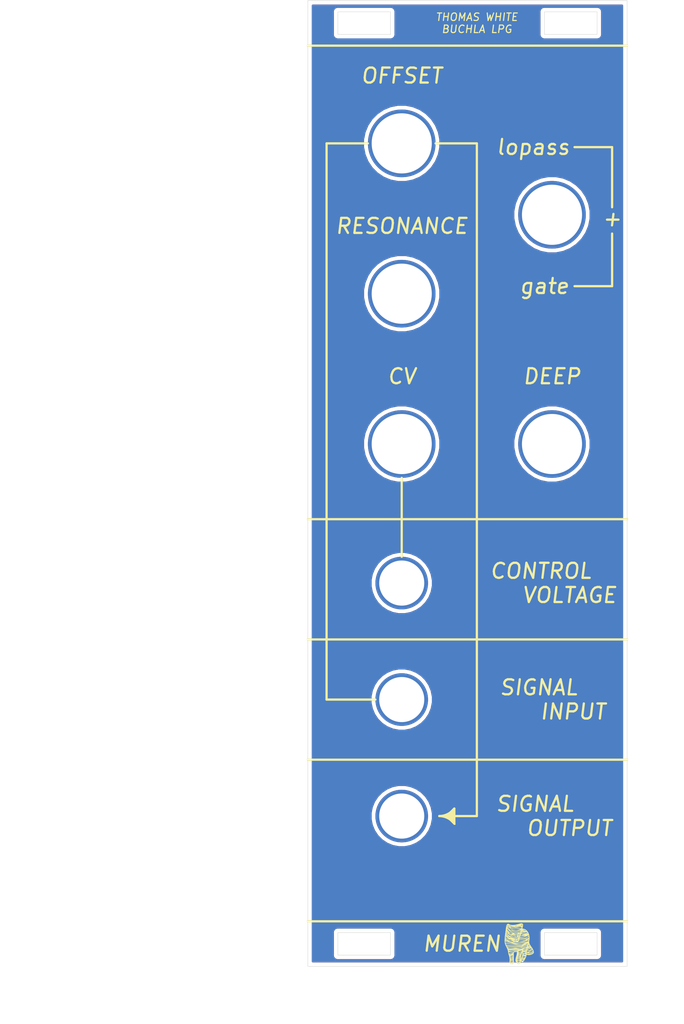
<source format=kicad_pcb>
(kicad_pcb (version 20171130) (host pcbnew 5.1.4)

  (general
    (thickness 1.6)
    (drawings 90)
    (tracks 11)
    (zones 0)
    (modules 1)
    (nets 1)
  )

  (page A4)
  (layers
    (0 F.Cu signal)
    (31 B.Cu signal)
    (32 B.Adhes user)
    (33 F.Adhes user)
    (34 B.Paste user)
    (35 F.Paste user)
    (36 B.SilkS user)
    (37 F.SilkS user)
    (38 B.Mask user)
    (39 F.Mask user)
    (40 Dwgs.User user)
    (41 Cmts.User user)
    (42 Eco1.User user)
    (43 Eco2.User user)
    (44 Edge.Cuts user)
    (45 Margin user)
    (46 B.CrtYd user)
    (47 F.CrtYd user)
    (48 B.Fab user)
    (49 F.Fab user)
  )

  (setup
    (last_trace_width 0.25)
    (user_trace_width 0.5)
    (trace_clearance 0.2)
    (zone_clearance 0.508)
    (zone_45_only no)
    (trace_min 0.2)
    (via_size 0.8)
    (via_drill 0.4)
    (via_min_size 0.4)
    (via_min_drill 0.3)
    (user_via 7 6)
    (user_via 9 8)
    (uvia_size 0.3)
    (uvia_drill 0.1)
    (uvias_allowed no)
    (uvia_min_size 0.2)
    (uvia_min_drill 0.1)
    (edge_width 0.05)
    (segment_width 0.2)
    (pcb_text_width 0.3)
    (pcb_text_size 1.5 1.5)
    (mod_edge_width 0.12)
    (mod_text_size 1 1)
    (mod_text_width 0.15)
    (pad_size 1.524 1.524)
    (pad_drill 0.762)
    (pad_to_mask_clearance 0.051)
    (solder_mask_min_width 0.25)
    (aux_axis_origin 0 0)
    (visible_elements FFFFFF7F)
    (pcbplotparams
      (layerselection 0x010fc_ffffffff)
      (usegerberextensions false)
      (usegerberattributes false)
      (usegerberadvancedattributes false)
      (creategerberjobfile false)
      (excludeedgelayer true)
      (linewidth 0.100000)
      (plotframeref false)
      (viasonmask false)
      (mode 1)
      (useauxorigin false)
      (hpglpennumber 1)
      (hpglpenspeed 20)
      (hpglpendiameter 15.000000)
      (psnegative false)
      (psa4output false)
      (plotreference true)
      (plotvalue true)
      (plotinvisibletext false)
      (padsonsilk false)
      (subtractmaskfromsilk false)
      (outputformat 1)
      (mirror false)
      (drillshape 0)
      (scaleselection 1)
      (outputdirectory "gerber"))
  )

  (net 0 "")

  (net_class Default "Dies ist die voreingestellte Netzklasse."
    (clearance 0.2)
    (trace_width 0.25)
    (via_dia 0.8)
    (via_drill 0.4)
    (uvia_dia 0.3)
    (uvia_drill 0.1)
  )

  (module fox_smallest (layer F.Cu) (tedit 0) (tstamp 5D115C99)
    (at 124.5 165.5)
    (fp_text reference G*** (at 0 0) (layer F.SilkS) hide
      (effects (font (size 1.524 1.524) (thickness 0.3)))
    )
    (fp_text value LOGO (at 0.75 0) (layer F.SilkS) hide
      (effects (font (size 1.524 1.524) (thickness 0.3)))
    )
    (fp_poly (pts (xy 0.552554 -2.70282) (xy 0.60587 -2.663876) (xy 0.638977 -2.594897) (xy 0.647454 -2.487232)
      (xy 0.632376 -2.352442) (xy 0.594819 -2.202094) (xy 0.552033 -2.084847) (xy 0.550395 -2.055258)
      (xy 0.583146 -2.035575) (xy 0.66093 -2.019721) (xy 0.667923 -2.018659) (xy 0.868378 -1.960976)
      (xy 1.05054 -1.854137) (xy 1.208591 -1.704035) (xy 1.336716 -1.516561) (xy 1.429099 -1.297608)
      (xy 1.448724 -1.227667) (xy 1.496095 -0.99263) (xy 1.511854 -0.779636) (xy 1.497057 -0.564697)
      (xy 1.48209 -0.46867) (xy 1.460738 -0.333623) (xy 1.452944 -0.237599) (xy 1.458196 -0.164957)
      (xy 1.470557 -0.115892) (xy 1.575979 0.125592) (xy 1.736976 0.369525) (xy 1.76964 0.410973)
      (xy 1.879168 0.564897) (xy 1.96867 0.726333) (xy 2.034187 0.88461) (xy 2.071759 1.029055)
      (xy 2.077426 1.148995) (xy 2.064012 1.204405) (xy 1.997454 1.297008) (xy 1.887581 1.375132)
      (xy 1.746414 1.435428) (xy 1.585975 1.474543) (xy 1.418286 1.489129) (xy 1.255367 1.475833)
      (xy 1.168102 1.454125) (xy 1.131765 1.44831) (xy 1.110555 1.469091) (xy 1.096536 1.528525)
      (xy 1.090295 1.572331) (xy 1.063491 1.687435) (xy 1.01438 1.819999) (xy 0.948893 1.960107)
      (xy 0.872963 2.097845) (xy 0.792524 2.223298) (xy 0.713506 2.326549) (xy 0.641843 2.397683)
      (xy 0.583468 2.426787) (xy 0.578927 2.427005) (xy 0.517253 2.412594) (xy 0.441345 2.377476)
      (xy 0.431881 2.371883) (xy 0.341651 2.316867) (xy 0.333103 2.448663) (xy 0.321521 2.536566)
      (xy 0.292572 2.592766) (xy 0.233176 2.641844) (xy 0.228659 2.644897) (xy 0.113199 2.698812)
      (xy 0.001212 2.709018) (xy -0.094507 2.67586) (xy -0.139063 2.634971) (xy -0.180426 2.562514)
      (xy -0.187386 2.534333) (xy -0.084667 2.534333) (xy -0.059792 2.545172) (xy 0.002957 2.547281)
      (xy 0.085764 2.541135) (xy 0.169333 2.527536) (xy 0.168343 2.521992) (xy 0.12165 2.517275)
      (xy 0.0635 2.515051) (xy -0.019256 2.517095) (xy -0.073035 2.525853) (xy -0.084667 2.534333)
      (xy -0.187386 2.534333) (xy -0.197556 2.493162) (xy -0.22102 2.42815) (xy -0.266593 2.399466)
      (xy -0.283742 2.384932) (xy -0.112889 2.384932) (xy -0.090632 2.429129) (xy -0.077611 2.437278)
      (xy -0.029329 2.442332) (xy 0.048814 2.438247) (xy 0.131474 2.427643) (xy 0.193307 2.413145)
      (xy 0.204611 2.408079) (xy 0.22492 2.37212) (xy 0.225829 2.361945) (xy 0.203402 2.342368)
      (xy 0.133113 2.335575) (xy 0.056496 2.337895) (xy -0.049453 2.349009) (xy -0.103549 2.368077)
      (xy -0.112889 2.384932) (xy -0.283742 2.384932) (xy -0.329099 2.346493) (xy -0.360753 2.247995)
      (xy -0.360777 2.243666) (xy -0.254 2.243666) (xy -0.239889 2.257778) (xy -0.225778 2.243666)
      (xy -0.235597 2.233847) (xy -0.112246 2.233847) (xy -0.087195 2.256734) (xy -0.08385 2.25888)
      (xy -0.01528 2.283157) (xy 0.072839 2.274427) (xy 0.136899 2.255017) (xy 0.205963 2.225161)
      (xy 0.220779 2.20399) (xy 0.183073 2.192904) (xy 0.094571 2.193303) (xy 0.0635 2.195457)
      (xy -0.043162 2.205905) (xy -0.099656 2.217803) (xy -0.112246 2.233847) (xy -0.235597 2.233847)
      (xy -0.239889 2.229555) (xy -0.254 2.243666) (xy -0.360777 2.243666) (xy -0.361095 2.187222)
      (xy 0.423333 2.187222) (xy 0.442369 2.216938) (xy 0.505146 2.228928) (xy 0.533914 2.229555)
      (xy 0.61752 2.225323) (xy 0.681554 2.214892) (xy 0.689136 2.212425) (xy 0.73212 2.186499)
      (xy 0.723397 2.164684) (xy 0.667689 2.149864) (xy 0.578555 2.144889) (xy 0.484947 2.148689)
      (xy 0.436754 2.162025) (xy 0.423333 2.187222) (xy -0.361095 2.187222) (xy -0.361496 2.116206)
      (xy -0.267827 2.116206) (xy -0.261695 2.140749) (xy -0.241555 2.144889) (xy -0.20285 2.138344)
      (xy -0.197556 2.132443) (xy -0.218236 2.1061) (xy -0.255448 2.105513) (xy -0.267827 2.116206)
      (xy -0.361496 2.116206) (xy -0.361556 2.10571) (xy -0.355293 2.067278) (xy -0.112826 2.067278)
      (xy -0.101465 2.098891) (xy -0.05846 2.113578) (xy 0.011803 2.116666) (xy 0.099144 2.112922)
      (xy 0.167188 2.103552) (xy 0.181136 2.099536) (xy 0.210855 2.074333) (xy 0.337529 2.074333)
      (xy 0.359504 2.016223) (xy 0.479778 2.016223) (xy 0.493071 2.043696) (xy 0.54077 2.055886)
      (xy 0.613833 2.056976) (xy 0.691497 2.054551) (xy 0.716406 2.050743) (xy 0.692243 2.043108)
      (xy 0.648152 2.034188) (xy 0.571552 2.015334) (xy 0.517459 1.995353) (xy 0.514097 1.993435)
      (xy 0.484749 1.993892) (xy 0.479778 2.016223) (xy 0.359504 2.016223) (xy 0.404031 1.898475)
      (xy 0.538095 1.898475) (xy 0.565261 1.920213) (xy 0.640691 1.942276) (xy 0.737817 1.938827)
      (xy 0.804333 1.920805) (xy 0.822594 1.906621) (xy 0.793123 1.895619) (xy 0.71168 1.886294)
      (xy 0.705555 1.885796) (xy 0.599736 1.879743) (xy 0.545352 1.883617) (xy 0.538095 1.898475)
      (xy 0.404031 1.898475) (xy 0.4368 1.811824) (xy 0.459923 1.745217) (xy 0.567105 1.745217)
      (xy 0.580129 1.780547) (xy 0.619677 1.798796) (xy 0.697403 1.805538) (xy 0.796126 1.800264)
      (xy 0.868861 1.789083) (xy 0.93404 1.762138) (xy 0.967405 1.722806) (xy 0.967948 1.696859)
      (xy 0.945139 1.682382) (xy 0.887923 1.676533) (xy 0.787018 1.676445) (xy 0.661758 1.685163)
      (xy 0.589216 1.707703) (xy 0.567105 1.745217) (xy 0.459923 1.745217) (xy 0.48283 1.679234)
      (xy 0.510823 1.584358) (xy 0.620889 1.584358) (xy 0.645063 1.602638) (xy 0.691444 1.608666)
      (xy 0.744548 1.604951) (xy 0.762 1.597845) (xy 0.73803 1.585153) (xy 0.691444 1.573537)
      (xy 0.639002 1.571602) (xy 0.620889 1.584358) (xy 0.510823 1.584358) (xy 0.521853 1.546977)
      (xy 0.541478 1.463423) (xy 0.658621 1.463423) (xy 0.679127 1.479987) (xy 0.736724 1.488317)
      (xy 0.825094 1.483444) (xy 0.827495 1.48313) (xy 0.913812 1.469656) (xy 0.976132 1.456225)
      (xy 0.993212 1.450086) (xy 1.017964 1.419646) (xy 1.00408 1.405847) (xy 1.555899 1.405847)
      (xy 1.568361 1.409206) (xy 1.629748 1.401428) (xy 1.716705 1.379577) (xy 1.756008 1.367097)
      (xy 1.84531 1.328367) (xy 1.918386 1.282564) (xy 1.937425 1.265202) (xy 1.964817 1.232704)
      (xy 1.959779 1.22768) (xy 1.915971 1.250916) (xy 1.879147 1.272435) (xy 1.778029 1.322336)
      (xy 1.665149 1.364833) (xy 1.639258 1.372425) (xy 1.576759 1.392345) (xy 1.555899 1.405847)
      (xy 1.00408 1.405847) (xy 0.996576 1.39839) (xy 0.939342 1.396376) (xy 0.938389 1.396524)
      (xy 0.856109 1.409463) (xy 0.761045 1.424387) (xy 0.75416 1.425466) (xy 0.681526 1.443593)
      (xy 0.658621 1.463423) (xy 0.541478 1.463423) (xy 0.547868 1.436223) (xy 0.553697 1.399338)
      (xy 0.556947 1.326778) (xy 0.677333 1.326778) (xy 0.701403 1.339987) (xy 0.761012 1.340581)
      (xy 0.837257 1.33085) (xy 0.911237 1.313087) (xy 0.959555 1.292568) (xy 0.971243 1.27745)
      (xy 0.93045 1.278573) (xy 0.906639 1.282232) (xy 0.818774 1.293614) (xy 0.744361 1.298222)
      (xy 0.693036 1.308463) (xy 0.677333 1.326778) (xy 0.556947 1.326778) (xy 0.557695 1.3101)
      (xy 0.55192 1.268878) (xy 1.100666 1.268878) (xy 1.125853 1.304022) (xy 1.193801 1.324049)
      (xy 1.293095 1.329677) (xy 1.412318 1.321625) (xy 1.540056 1.300611) (xy 1.664892 1.267353)
      (xy 1.766466 1.226995) (xy 1.865891 1.171651) (xy 1.944008 1.114792) (xy 1.99129 1.064713)
      (xy 1.998209 1.029708) (xy 1.996068 1.027105) (xy 1.966443 1.033247) (xy 1.909567 1.067555)
      (xy 1.871593 1.095883) (xy 1.739838 1.173167) (xy 1.575811 1.229206) (xy 1.401492 1.258332)
      (xy 1.249434 1.256303) (xy 1.151507 1.249224) (xy 1.105234 1.259218) (xy 1.100666 1.268878)
      (xy 0.55192 1.268878) (xy 0.548977 1.247879) (xy 0.531829 1.220172) (xy 0.510532 1.234475)
      (xy 0.49123 1.290012) (xy 0.472031 1.361186) (xy 0.442494 1.459451) (xy 0.421108 1.526423)
      (xy 0.390622 1.642787) (xy 0.365264 1.780639) (xy 0.353469 1.879201) (xy 0.337529 2.074333)
      (xy 0.210855 2.074333) (xy 0.220021 2.06656) (xy 0.225778 2.047027) (xy 0.204095 2.025577)
      (xy 0.135608 2.015532) (xy 0.056507 2.014769) (xy -0.039421 2.019173) (xy -0.091202 2.030412)
      (xy -0.111053 2.052272) (xy -0.112826 2.067278) (xy -0.355293 2.067278) (xy -0.340071 1.97389)
      (xy -0.254 1.97389) (xy -0.233513 2.002629) (xy -0.225778 2.003778) (xy -0.19829 1.994149)
      (xy -0.197556 1.991332) (xy -0.217332 1.967237) (xy -0.225778 1.961444) (xy -0.251784 1.963682)
      (xy -0.254 1.97389) (xy -0.340071 1.97389) (xy -0.331511 1.921379) (xy -0.323955 1.893501)
      (xy -0.084667 1.893501) (xy -0.059841 1.908861) (xy 0.00204 1.917031) (xy 0.08208 1.918271)
      (xy 0.161385 1.912842) (xy 0.221057 1.901005) (xy 0.241049 1.889011) (xy 0.252078 1.856758)
      (xy 0.24977 1.852334) (xy 0.212675 1.847397) (xy 0.143162 1.850482) (xy 0.060073 1.859272)
      (xy -0.017755 1.871448) (xy -0.071482 1.88469) (xy -0.084667 1.893501) (xy -0.323955 1.893501)
      (xy -0.315596 1.862666) (xy -0.225778 1.862666) (xy -0.215452 1.885896) (xy -0.206963 1.881481)
      (xy -0.203586 1.847988) (xy -0.206963 1.843852) (xy -0.223741 1.847726) (xy -0.225778 1.862666)
      (xy -0.315596 1.862666) (xy -0.280213 1.732139) (xy -0.056445 1.732139) (xy -0.045971 1.762654)
      (xy -0.008133 1.774295) (xy 0.06669 1.767937) (xy 0.155222 1.751397) (xy 0.217112 1.73663)
      (xy 0.225594 1.728195) (xy 0.194028 1.724801) (xy 0.110036 1.716575) (xy 0.03175 1.703916)
      (xy -0.030764 1.697511) (xy -0.054601 1.715887) (xy -0.056445 1.732139) (xy -0.280213 1.732139)
      (xy -0.270617 1.696743) (xy -0.266113 1.682431) (xy -0.237842 1.579369) (xy -0.028222 1.579369)
      (xy -0.005179 1.612006) (xy 0.066113 1.627716) (xy 0.169333 1.628265) (xy 0.244349 1.619448)
      (xy 0.281311 1.603276) (xy 0.282222 1.594774) (xy 0.249897 1.578298) (xy 0.184445 1.566619)
      (xy 0.105098 1.560692) (xy 0.03109 1.56147) (xy -0.018347 1.569909) (xy -0.028222 1.579369)
      (xy -0.237842 1.579369) (xy -0.22822 1.544295) (xy -0.214905 1.481666) (xy -0.112889 1.481666)
      (xy -0.098778 1.495778) (xy -0.084667 1.481666) (xy -0.098778 1.467555) (xy -0.112889 1.481666)
      (xy -0.214905 1.481666) (xy -0.202782 1.424645) (xy 0.008396 1.424645) (xy 0.014111 1.432918)
      (xy 0.092492 1.476401) (xy 0.198961 1.484559) (xy 0.282222 1.467555) (xy 0.352778 1.444959)
      (xy 0.282222 1.441836) (xy 0.207083 1.435365) (xy 0.113904 1.423513) (xy 0.098778 1.421236)
      (xy 0.02769 1.414476) (xy 0.008396 1.424645) (xy -0.202782 1.424645) (xy -0.196626 1.395694)
      (xy -0.18853 1.340555) (xy -0.112889 1.340555) (xy -0.098778 1.354666) (xy -0.084667 1.340555)
      (xy -0.098778 1.326444) (xy -0.112889 1.340555) (xy -0.18853 1.340555) (xy -0.181024 1.289436)
      (xy 0.03118 1.289436) (xy 0.045036 1.303857) (xy 0.087625 1.324049) (xy 0.162594 1.343483)
      (xy 0.249329 1.351822) (xy 0.327052 1.348716) (xy 0.374985 1.333816) (xy 0.379447 1.328957)
      (xy 0.36096 1.317019) (xy 0.303501 1.304544) (xy 0.224485 1.293508) (xy 0.141327 1.285887)
      (xy 0.071445 1.283658) (xy 0.032254 1.288797) (xy 0.03118 1.289436) (xy -0.181024 1.289436)
      (xy -0.177747 1.267128) (xy -0.176992 1.258796) (xy -0.168352 1.157111) (xy -0.080211 1.157111)
      (xy -0.075776 1.197176) (xy -0.065976 1.192389) (xy -0.063852 1.159463) (xy 0.056668 1.159463)
      (xy 0.071118 1.189162) (xy 0.121265 1.20628) (xy 0.215806 1.213143) (xy 0.258703 1.213555)
      (xy 0.355054 1.210245) (xy 0.406196 1.198403) (xy 0.423079 1.175165) (xy 0.423333 1.170474)
      (xy 0.413052 1.147063) (xy 0.402103 1.14373) (xy 0.596639 1.14373) (xy 0.602167 1.171853)
      (xy 0.621364 1.200017) (xy 0.681163 1.229044) (xy 0.7818 1.220638) (xy 0.910166 1.180145)
      (xy 0.975955 1.147644) (xy 0.988885 1.123298) (xy 0.970699 1.116246) (xy 1.100666 1.116246)
      (xy 1.119001 1.143682) (xy 1.179865 1.15457) (xy 1.220611 1.154883) (xy 1.283356 1.150809)
      (xy 1.294847 1.146754) (xy 1.369306 1.146754) (xy 1.394387 1.15243) (xy 1.41978 1.153837)
      (xy 1.497665 1.148861) (xy 1.594839 1.132442) (xy 1.623225 1.125832) (xy 1.724315 1.086207)
      (xy 1.825255 1.025414) (xy 1.851205 1.00486) (xy 1.914727 0.943185) (xy 1.939269 0.895976)
      (xy 1.934294 0.850043) (xy 1.913624 0.784918) (xy 1.838756 0.85325) (xy 1.764473 0.913598)
      (xy 1.668224 0.981964) (xy 1.565845 1.048198) (xy 1.473172 1.102149) (xy 1.406039 1.133667)
      (xy 1.397 1.136404) (xy 1.369306 1.146754) (xy 1.294847 1.146754) (xy 1.305409 1.143027)
      (xy 1.298222 1.138559) (xy 1.197017 1.105729) (xy 1.137889 1.090288) (xy 1.109644 1.090973)
      (xy 1.101085 1.10652) (xy 1.100666 1.116246) (xy 0.970699 1.116246) (xy 0.9522 1.109073)
      (xy 0.869145 1.106936) (xy 0.798217 1.112293) (xy 0.700969 1.123738) (xy 0.628521 1.135044)
      (xy 0.596639 1.14373) (xy 0.402103 1.14373) (xy 0.37473 1.135398) (xy 0.297149 1.133316)
      (xy 0.240112 1.135196) (xy 0.146706 1.141487) (xy 0.080621 1.150351) (xy 0.056668 1.159463)
      (xy -0.063852 1.159463) (xy -0.062248 1.134608) (xy -0.065976 1.121833) (xy -0.076277 1.118288)
      (xy -0.080211 1.157111) (xy -0.168352 1.157111) (xy -0.160452 1.064149) (xy -0.336132 1.084024)
      (xy -0.416984 1.091911) (xy -0.479598 1.099432) (xy -0.526138 1.113165) (xy -0.558769 1.139686)
      (xy -0.579655 1.185571) (xy -0.590963 1.257396) (xy -0.594856 1.361737) (xy -0.593498 1.505171)
      (xy -0.589056 1.694274) (xy -0.585603 1.841877) (xy -0.570302 2.545664) (xy -0.644984 2.628479)
      (xy -0.746362 2.704285) (xy -0.861072 2.728749) (xy -0.977979 2.700166) (xy -1.007144 2.68397)
      (xy -1.080124 2.629712) (xy -1.122692 2.570881) (xy -1.007994 2.570881) (xy -1.005779 2.582781)
      (xy -0.975328 2.608461) (xy -0.911083 2.640128) (xy -0.835183 2.652092) (xy -0.771377 2.64266)
      (xy -0.747889 2.624666) (xy -0.758446 2.604134) (xy -0.809724 2.596059) (xy -0.898273 2.589787)
      (xy -0.959556 2.579853) (xy -1.007994 2.570881) (xy -1.122692 2.570881) (xy -1.123927 2.569175)
      (xy -1.1435 2.488181) (xy -1.143656 2.426118) (xy -1.072445 2.426118) (xy -1.04715 2.461455)
      (xy -0.9827 2.489474) (xy -0.896242 2.506823) (xy -0.804927 2.510148) (xy -0.725903 2.496097)
      (xy -0.721975 2.494647) (xy -0.679744 2.469798) (xy -0.689559 2.450555) (xy -0.747098 2.43964)
      (xy -0.811389 2.438366) (xy -0.906531 2.435279) (xy -0.987413 2.424141) (xy -1.008945 2.418153)
      (xy -1.060812 2.409873) (xy -1.072445 2.426118) (xy -1.143656 2.426118) (xy -1.143791 2.372554)
      (xy -1.139011 2.30617) (xy -1.138558 2.28831) (xy -1.045223 2.28831) (xy -1.020073 2.321276)
      (xy -0.980722 2.341565) (xy -0.914606 2.363475) (xy -0.853948 2.367029) (xy -0.769361 2.353791)
      (xy -0.765528 2.353028) (xy -0.696064 2.324741) (xy -0.677334 2.284442) (xy -0.684813 2.251894)
      (xy -0.717591 2.247237) (xy -0.768849 2.259742) (xy -0.864559 2.273397) (xy -0.952293 2.268742)
      (xy -1.021175 2.26707) (xy -1.045223 2.28831) (xy -1.138558 2.28831) (xy -1.135093 2.151936)
      (xy -1.025756 2.151936) (xy -0.991167 2.16394) (xy -0.920965 2.168002) (xy -0.835268 2.165096)
      (xy -0.754199 2.156197) (xy -0.697878 2.14228) (xy -0.686774 2.135514) (xy -0.675607 2.112686)
      (xy -0.704074 2.101712) (xy -0.777987 2.101721) (xy -0.867406 2.108473) (xy -0.961146 2.121166)
      (xy -1.016269 2.137548) (xy -1.025756 2.151936) (xy -1.135093 2.151936) (xy -1.134686 2.135949)
      (xy -1.144491 1.97905) (xy -1.044222 1.97905) (xy -1.019398 1.994073) (xy -0.957523 2.001925)
      (xy -0.87749 2.002918) (xy -0.798195 1.997363) (xy -0.738532 1.985572) (xy -0.718506 1.973678)
      (xy -0.707494 1.939955) (xy -0.709785 1.934891) (xy -0.744491 1.929692) (xy -0.812633 1.933015)
      (xy -0.895363 1.942371) (xy -0.973834 1.955271) (xy -1.029197 1.969227) (xy -1.044222 1.97905)
      (xy -1.144491 1.97905) (xy -1.14636 1.949148) (xy -1.163162 1.826335) (xy -1.072445 1.826335)
      (xy -1.062227 1.850857) (xy -1.023527 1.86092) (xy -0.94427 1.858871) (xy -0.916229 1.856701)
      (xy -0.823625 1.843944) (xy -0.752685 1.825011) (xy -0.727611 1.811344) (xy -0.707145 1.785618)
      (xy -0.715391 1.771367) (xy -0.76053 1.766696) (xy -0.850742 1.769711) (xy -0.896056 1.772326)
      (xy -0.997797 1.781944) (xy -1.053153 1.797295) (xy -1.072119 1.821439) (xy -1.072445 1.826335)
      (xy -1.163162 1.826335) (xy -1.171561 1.764953) (xy -1.192982 1.669007) (xy -1.100667 1.669007)
      (xy -1.07555 1.68274) (xy -1.012089 1.690636) (xy -0.928113 1.692343) (xy -0.841457 1.687509)
      (xy -0.769952 1.675783) (xy -0.769056 1.675545) (xy -0.716214 1.639204) (xy -0.705556 1.602355)
      (xy -0.717277 1.562125) (xy -0.754945 1.565419) (xy -0.810213 1.581907) (xy -0.896911 1.602808)
      (xy -0.9525 1.614668) (xy -1.034829 1.635473) (xy -1.088626 1.656989) (xy -1.100667 1.669007)
      (xy -1.192982 1.669007) (xy -1.207821 1.602546) (xy -1.23899 1.512726) (xy -1.102395 1.512726)
      (xy -1.063371 1.517179) (xy -1.044222 1.517452) (xy -0.992877 1.51451) (xy -0.986826 1.507184)
      (xy -0.994834 1.504545) (xy -1.066412 1.500156) (xy -1.093611 1.504545) (xy -1.102395 1.512726)
      (xy -1.23899 1.512726) (xy -1.242474 1.502689) (xy -1.24806 1.486209) (xy -0.891557 1.486209)
      (xy -0.874889 1.49181) (xy -0.814488 1.480983) (xy -0.776111 1.467555) (xy -0.745333 1.448902)
      (xy -0.762 1.4433) (xy -0.822402 1.454127) (xy -0.860778 1.467555) (xy -0.891557 1.486209)
      (xy -1.24806 1.486209) (xy -1.271993 1.41561) (xy -1.280062 1.382889) (xy -1.185334 1.382889)
      (xy -1.160751 1.402123) (xy -1.098579 1.409307) (xy -1.016182 1.405278) (xy -0.930923 1.390875)
      (xy -0.860778 1.367234) (xy -0.776111 1.325902) (xy -0.871361 1.340284) (xy -0.9678 1.350232)
      (xy -1.071108 1.354653) (xy -1.075972 1.354666) (xy -1.145349 1.361114) (xy -1.183056 1.377163)
      (xy -1.185334 1.382889) (xy -1.280062 1.382889) (xy -1.301457 1.296142) (xy -1.32512 1.168051)
      (xy -1.325783 1.163499) (xy -1.241778 1.163499) (xy -1.233843 1.225425) (xy -1.220611 1.25443)
      (xy -1.185077 1.262087) (xy -1.109782 1.264358) (xy -1.011063 1.262112) (xy -0.905257 1.256219)
      (xy -0.808699 1.247548) (xy -0.737727 1.236968) (xy -0.709846 1.227253) (xy -0.710362 1.20119)
      (xy -0.763191 1.177899) (xy -0.864221 1.158696) (xy -0.954928 1.148931) (xy -1.059278 1.137905)
      (xy -1.145885 1.124893) (xy -1.192389 1.113799) (xy -1.229675 1.111034) (xy -1.241553 1.151015)
      (xy -1.241778 1.163499) (xy -1.325783 1.163499) (xy -1.327765 1.149911) (xy -1.347528 1.024815)
      (xy -1.189653 1.024815) (xy -1.146567 1.039865) (xy -1.050441 1.05651) (xy -0.938532 1.070013)
      (xy -0.83191 1.081453) (xy -0.747503 1.090816) (xy -0.700683 1.09639) (xy -0.697099 1.096912)
      (xy -0.659057 1.087547) (xy -0.595442 1.059673) (xy -0.585408 1.054579) (xy -0.490434 1.024412)
      (xy -0.354636 1.007633) (xy -0.320171 1.006319) (xy 0.027704 1.006319) (xy 0.043046 1.049543)
      (xy 0.049389 1.056449) (xy 0.091414 1.067516) (xy 0.16897 1.065657) (xy 0.263337 1.053538)
      (xy 0.355797 1.033826) (xy 0.365682 1.030436) (xy 0.608747 1.030436) (xy 0.63925 1.03488)
      (xy 0.691444 1.03615) (xy 0.758374 1.034357) (xy 0.782838 1.029326) (xy 0.769443 1.024355)
      (xy 0.692018 1.019273) (xy 0.628332 1.02397) (xy 0.608747 1.030436) (xy 0.365682 1.030436)
      (xy 0.425942 1.00977) (xy 0.875015 1.00977) (xy 0.896053 1.015089) (xy 0.903111 1.015135)
      (xy 0.963517 1.000367) (xy 0.987778 0.987778) (xy 1.015873 0.965785) (xy 0.994835 0.960466)
      (xy 0.987778 0.96042) (xy 0.927371 0.975188) (xy 0.903111 0.987778) (xy 0.875015 1.00977)
      (xy 0.425942 1.00977) (xy 0.427634 1.00919) (xy 0.443939 1.000228) (xy 0.491793 0.955249)
      (xy 0.495877 0.945816) (xy 1.128889 0.945816) (xy 1.154711 0.995701) (xy 1.224092 1.030263)
      (xy 1.32219 1.043364) (xy 1.418389 1.023604) (xy 1.542727 0.965336) (xy 1.584913 0.940404)
      (xy 1.679959 0.875285) (xy 1.762102 0.807743) (xy 1.809811 0.756959) (xy 1.842246 0.700785)
      (xy 1.838849 0.679672) (xy 1.80695 0.692303) (xy 1.753878 0.737365) (xy 1.720521 0.772977)
      (xy 1.628921 0.857327) (xy 1.528671 0.918233) (xy 1.436229 0.946941) (xy 1.395333 0.94597)
      (xy 1.259437 0.922651) (xy 1.173136 0.918412) (xy 1.132904 0.933249) (xy 1.128889 0.945816)
      (xy 0.495877 0.945816) (xy 0.508 0.917823) (xy 0.505277 0.909007) (xy 0.620889 0.909007)
      (xy 0.645417 0.919062) (xy 0.707981 0.917104) (xy 0.792047 0.905559) (xy 0.881085 0.886847)
      (xy 0.958561 0.863394) (xy 0.973666 0.857299) (xy 1.020499 0.832859) (xy 1.023502 0.82635)
      (xy 1.202114 0.82635) (xy 1.248579 0.838626) (xy 1.348325 0.844148) (xy 1.363605 0.844438)
      (xy 1.472485 0.835771) (xy 1.558726 0.799281) (xy 1.594337 0.774364) (xy 1.667531 0.709581)
      (xy 1.727211 0.640972) (xy 1.763685 0.581591) (xy 1.767263 0.544493) (xy 1.766032 0.543069)
      (xy 1.736716 0.548661) (xy 1.687877 0.584588) (xy 1.684072 0.58811) (xy 1.627321 0.625808)
      (xy 1.534005 0.671938) (xy 1.421466 0.718186) (xy 1.385949 0.73105) (xy 1.270445 0.774358)
      (xy 1.209285 0.805526) (xy 1.202114 0.82635) (xy 1.023502 0.82635) (xy 1.026416 0.820036)
      (xy 1.022314 0.819549) (xy 0.963992 0.824123) (xy 0.880121 0.837831) (xy 0.787303 0.856975)
      (xy 0.702142 0.877854) (xy 0.641239 0.896769) (xy 0.620889 0.909007) (xy 0.505277 0.909007)
      (xy 0.500954 0.895017) (xy 0.470748 0.893785) (xy 0.403783 0.914191) (xy 0.39186 0.918369)
      (xy 0.283444 0.946742) (xy 0.168245 0.963128) (xy 0.151971 0.964026) (xy 0.064833 0.977074)
      (xy 0.027704 1.006319) (xy -0.320171 1.006319) (xy -0.290584 1.005191) (xy -0.190971 1.000432)
      (xy -0.117876 0.990919) (xy -0.085304 0.978584) (xy -0.084774 0.976785) (xy -0.111295 0.968234)
      (xy -0.184857 0.965155) (xy -0.296318 0.96762) (xy -0.416278 0.974278) (xy -0.579535 0.984064)
      (xy -0.752601 0.992254) (xy -0.910513 0.997759) (xy -0.992867 0.999381) (xy -1.113583 1.003559)
      (xy -1.178919 1.012376) (xy -1.189653 1.024815) (xy -1.347528 1.024815) (xy -1.35131 1.000881)
      (xy -1.379061 0.875339) (xy -1.386445 0.85199) (xy -1.29175 0.85199) (xy -1.288985 0.865855)
      (xy -1.2827 0.872499) (xy -1.21172 0.908049) (xy -1.092194 0.923863) (xy -0.922793 0.919967)
      (xy -0.702188 0.896388) (xy -0.628799 0.885925) (xy -0.482328 0.867871) (xy -0.335978 0.856268)
      (xy -0.211058 0.852522) (xy -0.155222 0.854634) (xy 0.014111 0.868751) (xy -0.098778 0.826649)
      (xy -0.154293 0.809483) (xy -0.215729 0.800066) (xy -0.295252 0.79818) (xy -0.405029 0.803609)
      (xy -0.557228 0.816133) (xy -0.57859 0.818072) (xy -0.731539 0.830649) (xy -0.877993 0.840222)
      (xy -1.001495 0.845866) (xy -1.08559 0.846658) (xy -1.08659 0.846624) (xy -1.199455 0.843549)
      (xy -1.264874 0.844946) (xy -1.29175 0.85199) (xy -1.386445 0.85199) (xy -1.409943 0.777696)
      (xy 0.09052 0.777696) (xy 0.124442 0.782373) (xy 0.155222 0.783105) (xy 0.213306 0.780833)
      (xy 0.228297 0.774438) (xy 0.219051 0.770831) (xy 0.151277 0.765574) (xy 0.106162 0.770261)
      (xy 0.09052 0.777696) (xy -1.409943 0.777696) (xy -1.416555 0.756794) (xy -1.420225 0.747889)
      (xy -1.326445 0.747889) (xy -1.312334 0.762) (xy -1.305586 0.755252) (xy -0.862649 0.755252)
      (xy -0.834908 0.759772) (xy -0.798303 0.754583) (xy -0.797866 0.744949) (xy -0.807756 0.743185)
      (xy -0.018815 0.743185) (xy -0.014941 0.759963) (xy 0 0.762) (xy 0.011745 0.756779)
      (xy 0.655517 0.756779) (xy 0.660205 0.77904) (xy 0.702662 0.781535) (xy 0.751981 0.773996)
      (xy 0.842142 0.754273) (xy 0.919298 0.732247) (xy 0.926646 0.729626) (xy 0.988087 0.717298)
      (xy 1.021523 0.72308) (xy 1.058966 0.719124) (xy 1.075167 0.702115) (xy 1.088441 0.672562)
      (xy 1.195337 0.672562) (xy 1.231388 0.676961) (xy 1.29662 0.667293) (xy 1.378647 0.644812)
      (xy 1.417595 0.630904) (xy 1.519042 0.58748) (xy 1.57075 0.556531) (xy 1.572489 0.541141)
      (xy 1.524029 0.544391) (xy 1.425139 0.569364) (xy 1.422128 0.57026) (xy 1.322332 0.602247)
      (xy 1.243487 0.63152) (xy 1.201816 0.652025) (xy 1.200855 0.652841) (xy 1.195337 0.672562)
      (xy 1.088441 0.672562) (xy 1.098799 0.649504) (xy 1.080632 0.633599) (xy 1.053842 0.640628)
      (xy 1.001729 0.655149) (xy 0.915129 0.674205) (xy 0.837435 0.689131) (xy 0.745862 0.710935)
      (xy 0.679511 0.736691) (xy 0.655517 0.756779) (xy 0.011745 0.756779) (xy 0.02323 0.751674)
      (xy 0.018815 0.743185) (xy -0.014679 0.739807) (xy -0.018815 0.743185) (xy -0.807756 0.743185)
      (xy -0.835638 0.738212) (xy -0.851959 0.742721) (xy -0.862649 0.755252) (xy -1.305586 0.755252)
      (xy -1.298222 0.747889) (xy -1.312334 0.733778) (xy -1.326445 0.747889) (xy -1.420225 0.747889)
      (xy -1.428822 0.72703) (xy -0.128871 0.72703) (xy -0.10113 0.731549) (xy -0.064525 0.726361)
      (xy -0.064088 0.716727) (xy -0.101861 0.709989) (xy -0.118181 0.714499) (xy -0.128871 0.72703)
      (xy -1.428822 0.72703) (xy -1.469326 0.62876) (xy -1.483456 0.599184) (xy -1.382843 0.599184)
      (xy -1.356134 0.626913) (xy -1.280254 0.645687) (xy -1.161789 0.655327) (xy -1.007328 0.655651)
      (xy -0.823456 0.646479) (xy -0.616761 0.62763) (xy -0.564445 0.621641) (xy -0.376725 0.610605)
      (xy -0.196677 0.619893) (xy -0.169334 0.623519) (xy 0.005674 0.64881) (xy 0.137124 0.664859)
      (xy 0.237282 0.670797) (xy 0.31841 0.665754) (xy 0.392772 0.648863) (xy 0.472631 0.619254)
      (xy 0.519759 0.5984) (xy 0.744345 0.5984) (xy 0.755383 0.611532) (xy 0.805203 0.609763)
      (xy 0.878983 0.595873) (xy 0.961899 0.572643) (xy 1.038176 0.543292) (xy 1.086313 0.517407)
      (xy 1.251185 0.517407) (xy 1.255059 0.534185) (xy 1.27 0.536222) (xy 1.29323 0.525896)
      (xy 1.288815 0.517407) (xy 1.255321 0.514029) (xy 1.251185 0.517407) (xy 1.086313 0.517407)
      (xy 1.095339 0.512554) (xy 1.115618 0.493889) (xy 1.636889 0.493889) (xy 1.651 0.508)
      (xy 1.665111 0.493889) (xy 1.651 0.479778) (xy 1.636889 0.493889) (xy 1.115618 0.493889)
      (xy 1.119129 0.490658) (xy 1.118319 0.488023) (xy 1.085337 0.487531) (xy 1.017099 0.501535)
      (xy 0.931243 0.524827) (xy 0.845409 0.552203) (xy 0.777234 0.578456) (xy 0.744358 0.59838)
      (xy 0.744345 0.5984) (xy 0.519759 0.5984) (xy 0.57025 0.576058) (xy 0.583107 0.570208)
      (xy 0.716682 0.512638) (xy 0.809215 0.47626) (xy 1.421379 0.47626) (xy 1.452564 0.47125)
      (xy 1.529526 0.44279) (xy 1.543351 0.437074) (xy 1.603916 0.406792) (xy 1.63072 0.383167)
      (xy 1.629774 0.378589) (xy 1.597648 0.380874) (xy 1.535339 0.405197) (xy 1.505496 0.420045)
      (xy 1.43826 0.458848) (xy 1.421379 0.47626) (xy 0.809215 0.47626) (xy 0.855423 0.458094)
      (xy 0.975478 0.415804) (xy 1.008245 0.405728) (xy 1.034609 0.396759) (xy 1.311315 0.396759)
      (xy 1.323446 0.405305) (xy 1.372916 0.39425) (xy 1.381974 0.391201) (xy 1.446168 0.363358)
      (xy 1.482333 0.337561) (xy 1.482685 0.337019) (xy 1.470554 0.328473) (xy 1.421083 0.339528)
      (xy 1.412025 0.342577) (xy 1.347832 0.37042) (xy 1.311666 0.396216) (xy 1.311315 0.396759)
      (xy 1.034609 0.396759) (xy 1.100975 0.374182) (xy 1.169684 0.342093) (xy 1.19786 0.318508)
      (xy 1.191849 0.287471) (xy 1.141539 0.284792) (xy 1.050903 0.309577) (xy 0.923916 0.360934)
      (xy 0.845174 0.397682) (xy 0.606574 0.499813) (xy 0.381905 0.569763) (xy 0.180006 0.605383)
      (xy 0.00972 0.604524) (xy 0 0.603161) (xy -0.073438 0.596075) (xy -0.184959 0.590221)
      (xy -0.325343 0.585625) (xy -0.485371 0.582314) (xy -0.655822 0.580315) (xy -0.827477 0.579653)
      (xy -0.991115 0.580356) (xy -1.137516 0.58245) (xy -1.257459 0.585962) (xy -1.341726 0.590917)
      (xy -1.381096 0.597343) (xy -1.382843 0.599184) (xy -1.483456 0.599184) (xy -1.54291 0.474745)
      (xy -1.574749 0.411412) (xy -1.483979 0.411412) (xy -1.468813 0.432095) (xy -1.409158 0.459819)
      (xy -1.308032 0.490972) (xy -1.294521 0.494449) (xy -1.224694 0.509214) (xy -1.148261 0.518267)
      (xy -1.055924 0.521559) (xy -0.938382 0.519044) (xy -0.786334 0.510675) (xy -0.590481 0.496404)
      (xy -0.51585 0.490488) (xy -0.340125 0.486238) (xy -0.164583 0.498566) (xy -0.104906 0.50747)
      (xy 0.053238 0.52458) (xy 0.212556 0.516758) (xy 0.384464 0.481784) (xy 0.580379 0.417438)
      (xy 0.780271 0.335386) (xy 0.904627 0.282037) (xy 0.996546 0.244419) (xy 1.326444 0.244419)
      (xy 1.330255 0.273978) (xy 1.352129 0.278825) (xy 1.407728 0.260621) (xy 1.423385 0.254698)
      (xy 1.476775 0.220352) (xy 1.495778 0.184143) (xy 1.491724 0.150443) (xy 1.469676 0.145053)
      (xy 1.414797 0.166407) (xy 1.398328 0.173863) (xy 1.345656 0.210007) (xy 1.326444 0.244419)
      (xy 0.996546 0.244419) (xy 1.011503 0.238298) (xy 1.089609 0.208646) (xy 1.127659 0.197557)
      (xy 1.127849 0.197555) (xy 1.181825 0.184936) (xy 1.232136 0.156105) (xy 1.257945 0.1246)
      (xy 1.256536 0.113936) (xy 1.223753 0.1105) (xy 1.150927 0.126753) (xy 1.049252 0.158704)
      (xy 0.929921 0.20236) (xy 0.804127 0.253728) (xy 0.683064 0.308816) (xy 0.617727 0.341796)
      (xy 0.437444 0.437171) (xy -0.395111 0.42951) (xy -0.614027 0.426991) (xy -0.821231 0.423659)
      (xy -1.008107 0.419726) (xy -1.166037 0.415404) (xy -1.286403 0.410903) (xy -1.360587 0.406436)
      (xy -1.368778 0.405606) (xy -1.45164 0.401378) (xy -1.483979 0.411412) (xy -1.574749 0.411412)
      (xy -1.577553 0.405836) (xy -1.644563 0.26893) (xy -1.663974 0.224247) (xy -1.580445 0.224247)
      (xy -1.567089 0.25567) (xy -1.524635 0.281997) (xy -1.449504 0.303573) (xy -1.338116 0.320744)
      (xy -1.186892 0.333855) (xy -0.992254 0.343251) (xy -0.75062 0.349279) (xy -0.458413 0.352282)
      (xy -0.248456 0.352778) (xy -0.017817 0.352067) (xy 0.161904 0.349753) (xy 0.296219 0.345558)
      (xy 0.390637 0.339208) (xy 0.450671 0.330426) (xy 0.481831 0.318937) (xy 0.485322 0.316055)
      (xy 0.498687 0.295235) (xy 0.474751 0.290175) (xy 0.405112 0.299492) (xy 0.395111 0.301195)
      (xy 0.300185 0.313771) (xy 0.216961 0.318687) (xy 0.197555 0.318143) (xy 0.149455 0.316077)
      (xy 0.054126 0.313034) (xy -0.079227 0.309268) (xy -0.241402 0.305035) (xy -0.423196 0.300589)
      (xy -0.506114 0.298653) (xy -0.740364 0.29232) (xy -0.929659 0.284648) (xy -1.085484 0.27463)
      (xy -1.219328 0.261257) (xy -1.342677 0.243523) (xy -1.467018 0.22042) (xy -1.516945 0.210018)
      (xy -1.565787 0.209678) (xy -1.580445 0.224247) (xy -1.663974 0.224247) (xy -1.699447 0.142595)
      (xy -1.742495 0.020481) (xy -1.757512 -0.038749) (xy -1.655724 -0.038749) (xy -1.652078 0.000097)
      (xy -1.639789 0.034706) (xy -1.621955 0.068312) (xy -1.590977 0.093277) (xy -1.535692 0.114038)
      (xy -1.44494 0.135034) (xy -1.33561 0.155651) (xy -1.154285 0.181649) (xy -0.948116 0.197505)
      (xy -0.704089 0.204075) (xy -0.597785 0.204313) (xy -0.430737 0.205162) (xy -0.273077 0.208508)
      (xy -0.138089 0.213884) (xy -0.039056 0.220825) (xy -0.005118 0.225075) (xy 0.111419 0.242741)
      (xy 0.198154 0.248093) (xy 0.280513 0.240465) (xy 0.383926 0.219192) (xy 0.404693 0.214343)
      (xy 0.455821 0.19991) (xy 0.691444 0.19991) (xy 0.762 0.181449) (xy 0.82626 0.158038)
      (xy 0.859366 0.137939) (xy 0.872746 0.115989) (xy 0.847668 0.116947) (xy 0.796129 0.138414)
      (xy 0.762 0.157399) (xy 0.691444 0.19991) (xy 0.455821 0.19991) (xy 0.498894 0.187751)
      (xy 0.572237 0.159039) (xy 0.602249 0.140075) (xy 0.618088 0.115731) (xy 0.587739 0.121227)
      (xy 0.585326 0.122069) (xy 0.53223 0.135961) (xy 0.444042 0.154519) (xy 0.356042 0.170836)
      (xy 0.267765 0.183251) (xy 0.182697 0.186874) (xy 0.085475 0.180902) (xy -0.039267 0.164532)
      (xy -0.169321 0.14339) (xy -0.318612 0.120079) (xy -0.462767 0.101149) (xy -0.471777 0.100225)
      (xy 0.919283 0.100225) (xy 0.925027 0.106818) (xy 0.982144 0.093764) (xy 1.091528 0.06155)
      (xy 1.111805 0.05531) (xy 1.144322 0.043999) (xy 1.382889 0.043999) (xy 1.396571 0.07321)
      (xy 1.411111 0.070555) (xy 1.438257 0.034474) (xy 1.439333 0.026556) (xy 1.417807 0.00076)
      (xy 1.411111 0) (xy 1.386343 0.022972) (xy 1.382889 0.043999) (xy 1.144322 0.043999)
      (xy 1.204565 0.023044) (xy 1.271326 -0.007076) (xy 1.298175 -0.028731) (xy 1.298222 -0.029356)
      (xy 1.284228 -0.052486) (xy 1.23842 -0.04938) (xy 1.15506 -0.018711) (xy 1.058333 0.026146)
      (xy 0.964016 0.073497) (xy 0.919283 0.100225) (xy -0.471777 0.100225) (xy -0.584458 0.08867)
      (xy -0.660777 0.084666) (xy -0.761781 0.08044) (xy -0.897361 0.069044) (xy -1.052133 0.052402)
      (xy -1.210712 0.032438) (xy -1.344816 0.012949) (xy -0.334129 0.012949) (xy -0.315414 0.02166)
      (xy -0.248336 0.038591) (xy -0.239889 0.040501) (xy -0.026353 0.072989) (xy 0.200135 0.080986)
      (xy 0.417564 0.0648) (xy 0.590336 0.028916) (xy 0.694258 -0.006086) (xy 0.713466 -0.014111)
      (xy 0.903111 -0.014111) (xy 0.917222 0) (xy 0.931333 -0.014111) (xy 0.917222 -0.028222)
      (xy 0.903111 -0.014111) (xy 0.713466 -0.014111) (xy 0.782519 -0.04296) (xy 0.789671 -0.047037)
      (xy 0.968963 -0.047037) (xy 0.972837 -0.030259) (xy 0.987778 -0.028222) (xy 1.011008 -0.038549)
      (xy 1.006592 -0.047037) (xy 0.973099 -0.050415) (xy 0.968963 -0.047037) (xy 0.789671 -0.047037)
      (xy 0.833268 -0.071887) (xy 0.865879 -0.10085) (xy 0.85825 -0.109215) (xy 0.80337 -0.101407)
      (xy 0.790222 -0.09904) (xy 0.677323 -0.080929) (xy 0.534571 -0.061489) (xy 0.373748 -0.041941)
      (xy 0.206637 -0.023505) (xy 0.045019 -0.007402) (xy -0.099322 0.005149) (xy -0.214604 0.012927)
      (xy -0.289045 0.014712) (xy -0.301007 0.013968) (xy -0.334129 0.012949) (xy -1.344816 0.012949)
      (xy -1.357712 0.011075) (xy -1.477747 -0.009761) (xy -1.550353 -0.026576) (xy -1.624909 -0.04552)
      (xy -1.655724 -0.038749) (xy -1.757512 -0.038749) (xy -1.773995 -0.103761) (xy -1.794237 -0.236481)
      (xy -1.799109 -0.314011) (xy -1.725649 -0.314011) (xy -1.716547 -0.234891) (xy -1.706323 -0.190951)
      (xy -1.679441 -0.160611) (xy -1.623088 -0.135323) (xy -1.524455 -0.106537) (xy -1.524016 -0.106419)
      (xy -1.41728 -0.0835) (xy -1.275453 -0.060984) (xy -1.119827 -0.041967) (xy -1.016016 -0.032541)
      (xy -0.828886 -0.018875) (xy -0.695271 -0.01062) (xy -0.612467 -0.008196) (xy -0.577764 -0.012027)
      (xy -0.588457 -0.022534) (xy -0.641838 -0.040139) (xy -0.7352 -0.065265) (xy -0.762 -0.072141)
      (xy -0.919082 -0.109233) (xy -1.094962 -0.14618) (xy -1.154838 -0.157277) (xy -0.699533 -0.157277)
      (xy -0.679909 -0.146333) (xy -0.635409 -0.132285) (xy -0.606778 -0.124363) (xy -0.50248 -0.107195)
      (xy -0.354404 -0.098) (xy -0.174606 -0.096471) (xy 0.024859 -0.1023) (xy 0.231935 -0.115178)
      (xy 0.434566 -0.1348) (xy 0.58259 -0.154713) (xy 0.735859 -0.1818) (xy 0.894258 -0.215509)
      (xy 1.046427 -0.252793) (xy 1.18101 -0.290606) (xy 1.286646 -0.3259) (xy 1.351979 -0.355629)
      (xy 1.363166 -0.3641) (xy 1.383714 -0.399296) (xy 1.354852 -0.412356) (xy 1.279243 -0.402912)
      (xy 1.209012 -0.3853) (xy 1.112766 -0.358126) (xy 0.984294 -0.321746) (xy 0.845659 -0.282409)
      (xy 0.790222 -0.266656) (xy 0.692786 -0.240092) (xy 0.606345 -0.220341) (xy 0.519517 -0.206285)
      (xy 0.420921 -0.196804) (xy 0.299175 -0.19078) (xy 0.142897 -0.187093) (xy -0.042334 -0.18479)
      (xy -0.26667 -0.182333) (xy -0.439072 -0.179667) (xy -0.56405 -0.176312) (xy -0.646113 -0.171784)
      (xy -0.689771 -0.1656) (xy -0.699533 -0.157277) (xy -1.154838 -0.157277) (xy -1.256914 -0.176195)
      (xy -1.289339 -0.181498) (xy -1.415694 -0.204886) (xy -1.530681 -0.232211) (xy -1.615701 -0.258834)
      (xy -1.637108 -0.268224) (xy -1.725649 -0.314011) (xy -1.799109 -0.314011) (xy -1.80351 -0.384027)
      (xy -1.802942 -0.452272) (xy -1.721556 -0.452272) (xy -1.695717 -0.409945) (xy -1.625254 -0.36307)
      (xy -1.531323 -0.322561) (xy -1.461091 -0.302218) (xy -1.388092 -0.287867) (xy -1.328471 -0.281581)
      (xy -1.298378 -0.285436) (xy -1.300574 -0.292918) (xy -1.337422 -0.313961) (xy -1.406639 -0.344759)
      (xy -1.493382 -0.379692) (xy -1.56988 -0.408305) (xy -1.319705 -0.408305) (xy -1.286134 -0.384409)
      (xy -1.22302 -0.353833) (xy -1.157111 -0.328621) (xy -1.073093 -0.307326) (xy -0.970968 -0.292358)
      (xy -0.862954 -0.283903) (xy -0.761266 -0.282147) (xy -0.67812 -0.287277) (xy -0.625734 -0.299479)
      (xy -0.616323 -0.318939) (xy -0.617432 -0.32039) (xy -0.664446 -0.342745) (xy -0.762844 -0.361827)
      (xy -0.907615 -0.376694) (xy -0.923349 -0.377835) (xy -1.050321 -0.387945) (xy -1.162927 -0.399038)
      (xy -1.244498 -0.409376) (xy -1.269073 -0.413867) (xy -1.316447 -0.419973) (xy -1.319705 -0.408305)
      (xy -1.56988 -0.408305) (xy -1.582812 -0.413142) (xy -1.610219 -0.422488) (xy -0.59534 -0.422488)
      (xy -0.562547 -0.392831) (xy -0.550334 -0.382514) (xy -0.501182 -0.348519) (xy -0.436626 -0.312746)
      (xy -0.3697 -0.280913) (xy -0.313439 -0.258737) (xy -0.280875 -0.251936) (xy -0.284886 -0.266072)
      (xy -0.314302 -0.28428) (xy -0.379734 -0.320349) (xy -0.391144 -0.326379) (xy -0.009506 -0.326379)
      (xy -0.005334 -0.282318) (xy 0.008641 -0.270213) (xy 0.066971 -0.260438) (xy 0.167497 -0.260771)
      (xy 0.297144 -0.269872) (xy 0.442835 -0.2864) (xy 0.591497 -0.309015) (xy 0.730052 -0.336377)
      (xy 0.785562 -0.349865) (xy 0.900801 -0.3815) (xy 0.994661 -0.410107) (xy 1.054168 -0.431584)
      (xy 1.067784 -0.439107) (xy 1.057909 -0.447121) (xy 1.008745 -0.439414) (xy 1.001889 -0.437701)
      (xy 0.872067 -0.407212) (xy 0.752068 -0.386943) (xy 0.62367 -0.374953) (xy 0.468651 -0.3693)
      (xy 0.348741 -0.368118) (xy 0.197493 -0.366198) (xy 0.094249 -0.36106) (xy 0.030612 -0.351728)
      (xy -0.001814 -0.337223) (xy -0.009506 -0.326379) (xy -0.391144 -0.326379) (xy -0.465979 -0.365925)
      (xy -0.552128 -0.410033) (xy -0.593558 -0.428555) (xy -0.59534 -0.422488) (xy -1.610219 -0.422488)
      (xy -1.660086 -0.439493) (xy -1.710362 -0.453125) (xy -1.721556 -0.452272) (xy -1.802942 -0.452272)
      (xy -1.802125 -0.550334) (xy -1.665111 -0.550334) (xy -1.651 -0.536222) (xy -1.636889 -0.550334)
      (xy -1.651 -0.564445) (xy -1.665111 -0.550334) (xy -1.802125 -0.550334) (xy -1.802104 -0.55275)
      (xy -1.800553 -0.578556) (xy -1.721556 -0.578556) (xy -1.707445 -0.564445) (xy -1.693334 -0.578556)
      (xy -1.707445 -0.592667) (xy -1.721556 -0.578556) (xy -1.800553 -0.578556) (xy -1.792244 -0.716777)
      (xy -1.693334 -0.716777) (xy -1.666824 -0.663926) (xy -1.593874 -0.610584) (xy -1.484348 -0.560186)
      (xy -1.348114 -0.516168) (xy -1.195038 -0.481965) (xy -1.034986 -0.461013) (xy -0.945445 -0.456338)
      (xy -0.863199 -0.455584) (xy -0.829198 -0.461122) (xy -0.835258 -0.477918) (xy -0.865733 -0.504707)
      (xy -0.92063 -0.532246) (xy -0.543224 -0.532246) (xy -0.541474 -0.52844) (xy -0.490921 -0.486884)
      (xy -0.411458 -0.439321) (xy -0.324602 -0.396841) (xy -0.251867 -0.370536) (xy -0.22813 -0.366911)
      (xy -0.198993 -0.371877) (xy -0.199908 -0.376092) (xy -0.245821 -0.405039) (xy -0.314606 -0.441002)
      (xy -0.392501 -0.477842) (xy -0.444077 -0.50008) (xy -0.239889 -0.50008) (xy -0.169334 -0.478631)
      (xy -0.103409 -0.45972) (xy -0.069318 -0.458006) (xy -0.066716 -0.459767) (xy 0.084666 -0.459767)
      (xy 0.110661 -0.439362) (xy 0.181446 -0.428052) (xy 0.286222 -0.425142) (xy 0.414189 -0.429938)
      (xy 0.554549 -0.441747) (xy 0.647036 -0.453558) (xy 1.086555 -0.453558) (xy 1.199444 -0.470383)
      (xy 1.285016 -0.487545) (xy 1.352588 -0.508504) (xy 1.361722 -0.512708) (xy 1.399699 -0.544749)
      (xy 1.41171 -0.577467) (xy 1.390583 -0.590983) (xy 1.389944 -0.590935) (xy 1.354592 -0.578608)
      (xy 1.285995 -0.548703) (xy 1.227666 -0.52138) (xy 1.086555 -0.453558) (xy 0.647036 -0.453558)
      (xy 0.696503 -0.459875) (xy 0.829251 -0.483627) (xy 0.941994 -0.512309) (xy 0.952008 -0.515505)
      (xy 1.143 -0.577922) (xy 1.016 -0.587371) (xy 0.945374 -0.588485) (xy 0.838749 -0.585211)
      (xy 0.70831 -0.578461) (xy 0.56624 -0.569149) (xy 0.424725 -0.558188) (xy 0.295947 -0.546491)
      (xy 0.192092 -0.534973) (xy 0.125343 -0.524545) (xy 0.108399 -0.519337) (xy 0.087229 -0.481587)
      (xy 0.084666 -0.459767) (xy -0.066716 -0.459767) (xy -0.044789 -0.474605) (xy -0.033867 -0.485422)
      (xy -0.000928 -0.533402) (xy -0.014391 -0.559174) (xy -0.067807 -0.560351) (xy -0.154729 -0.534547)
      (xy -0.160441 -0.532262) (xy -0.239889 -0.50008) (xy -0.444077 -0.50008) (xy -0.465744 -0.509422)
      (xy -0.520572 -0.529602) (xy -0.543224 -0.532246) (xy -0.92063 -0.532246) (xy -0.934285 -0.539096)
      (xy -1.047684 -0.562562) (xy -1.145419 -0.572489) (xy -1.313116 -0.594699) (xy -1.454771 -0.637469)
      (xy -1.488472 -0.652649) (xy -0.522111 -0.652649) (xy -0.451556 -0.609547) (xy -0.358738 -0.569962)
      (xy -0.280773 -0.578281) (xy -0.254 -0.592667) (xy -0.236217 -0.61185) (xy -0.266796 -0.619902)
      (xy -0.296334 -0.620842) (xy -0.385307 -0.626893) (xy -0.451556 -0.637154) (xy -0.47364 -0.642004)
      (xy 0.144204 -0.642004) (xy 0.147977 -0.631987) (xy 0.166419 -0.626176) (xy 0.206547 -0.624633)
      (xy 0.275376 -0.627419) (xy 0.347808 -0.63239) (xy 1.257309 -0.63239) (xy 1.288451 -0.637838)
      (xy 1.335514 -0.661296) (xy 1.383069 -0.695976) (xy 1.402227 -0.715425) (xy 1.436354 -0.756736)
      (xy 1.432214 -0.757693) (xy 1.394777 -0.726722) (xy 1.340172 -0.689722) (xy 1.304721 -0.677334)
      (xy 1.26196 -0.65759) (xy 1.257515 -0.651743) (xy 1.257309 -0.63239) (xy 0.347808 -0.63239)
      (xy 0.379923 -0.634594) (xy 0.527204 -0.64622) (xy 0.708157 -0.661038) (xy 0.908896 -0.679257)
      (xy 1.06215 -0.698124) (xy 1.17685 -0.719998) (xy 1.261929 -0.747242) (xy 1.32632 -0.782216)
      (xy 1.378955 -0.827282) (xy 1.392775 -0.841999) (xy 1.431903 -0.899183) (xy 1.427416 -0.929082)
      (xy 1.386456 -0.929104) (xy 1.316167 -0.896657) (xy 1.28941 -0.879513) (xy 1.197605 -0.821674)
      (xy 1.109896 -0.77935) (xy 1.014048 -0.749627) (xy 0.897831 -0.729592) (xy 0.749009 -0.716329)
      (xy 0.566713 -0.707366) (xy 0.388726 -0.698635) (xy 0.262861 -0.68817) (xy 0.184806 -0.675443)
      (xy 0.15025 -0.659927) (xy 0.148083 -0.656167) (xy 0.144204 -0.642004) (xy -0.47364 -0.642004)
      (xy -0.522111 -0.652649) (xy -1.488472 -0.652649) (xy -1.52852 -0.670687) (xy -1.62718 -0.71463)
      (xy -1.681921 -0.727099) (xy -1.693334 -0.716777) (xy -1.792244 -0.716777) (xy -1.790307 -0.748998)
      (xy -1.776464 -0.894484) (xy -1.685569 -0.894484) (xy -1.680036 -0.876205) (xy -1.635483 -0.832934)
      (xy -1.557282 -0.77997) (xy -1.464246 -0.728437) (xy -1.375192 -0.689462) (xy -1.350731 -0.681494)
      (xy -1.267274 -0.659215) (xy -1.234123 -0.656659) (xy -1.2437 -0.667926) (xy -0.018815 -0.667926)
      (xy -0.014941 -0.651148) (xy 0 -0.649111) (xy 0.02323 -0.659437) (xy 0.018815 -0.667926)
      (xy -0.014679 -0.671304) (xy -0.018815 -0.667926) (xy -1.2437 -0.667926) (xy -1.250877 -0.676369)
      (xy -1.317138 -0.720889) (xy -1.342086 -0.736629) (xy -1.435607 -0.799644) (xy -1.52187 -0.864926)
      (xy -1.559464 -0.897309) (xy -1.619471 -0.943654) (xy -1.658805 -0.946621) (xy -1.668483 -0.939251)
      (xy -1.685569 -0.894484) (xy -1.776464 -0.894484) (xy -1.76841 -0.97912) (xy -1.755649 -1.08792)
      (xy -1.630821 -1.08792) (xy -1.627057 -1.058068) (xy -1.608667 -1.030111) (xy -1.573446 -1.000584)
      (xy -1.55829 -1.000525) (xy -1.562055 -1.030377) (xy -1.580445 -1.058334) (xy -1.615666 -1.087861)
      (xy -1.630821 -1.08792) (xy -1.755649 -1.08792) (xy -1.736847 -1.248222) (xy -1.636889 -1.248222)
      (xy -1.616468 -1.213387) (xy -1.562538 -1.15376) (xy -1.486096 -1.079264) (xy -1.398141 -0.99982)
      (xy -1.30967 -0.925351) (xy -1.231682 -0.865779) (xy -1.175175 -0.831027) (xy -1.173757 -0.830397)
      (xy -1.089334 -0.799807) (xy -1.032979 -0.791654) (xy -1.016 -0.803927) (xy -1.039266 -0.822335)
      (xy -1.100451 -0.857809) (xy -1.186637 -0.902889) (xy -1.192389 -0.905771) (xy -1.283576 -0.960783)
      (xy -1.095255 -0.960783) (xy -1.091868 -0.946951) (xy -1.034231 -0.923688) (xy -0.922656 -0.891809)
      (xy -0.91203 -0.889069) (xy -0.782866 -0.851254) (xy -0.643976 -0.803594) (xy -0.573616 -0.776214)
      (xy -0.438754 -0.733075) (xy -0.299768 -0.710139) (xy -0.17264 -0.708313) (xy -0.073354 -0.728503)
      (xy -0.040672 -0.745989) (xy -0.004674 -0.783358) (xy -0.011782 -0.804223) (xy 0.169333 -0.804223)
      (xy 0.195399 -0.785803) (xy 0.266185 -0.775027) (xy 0.370573 -0.771287) (xy 0.497444 -0.773973)
      (xy 0.635682 -0.782477) (xy 0.774168 -0.79619) (xy 0.901784 -0.814504) (xy 1.007412 -0.836809)
      (xy 1.058333 -0.852896) (xy 1.174614 -0.906237) (xy 1.275054 -0.967408) (xy 1.34801 -1.027976)
      (xy 1.381842 -1.07951) (xy 1.382889 -1.087992) (xy 1.381023 -1.116318) (xy 1.367547 -1.12458)
      (xy 1.330643 -1.110569) (xy 1.258491 -1.072074) (xy 1.238277 -1.06096) (xy 1.104611 -1.001305)
      (xy 0.934298 -0.945226) (xy 0.74712 -0.897604) (xy 0.562858 -0.863324) (xy 0.401295 -0.847269)
      (xy 0.370133 -0.846667) (xy 0.261856 -0.844257) (xy 0.1995 -0.835565) (xy 0.172689 -0.818399)
      (xy 0.169333 -0.804223) (xy -0.011782 -0.804223) (xy -0.016078 -0.816832) (xy -0.0205 -0.821522)
      (xy -0.056344 -0.840269) (xy -0.100179 -0.815686) (xy -0.107389 -0.809311) (xy -0.192258 -0.768553)
      (xy -0.309064 -0.763978) (xy -0.447211 -0.794662) (xy -0.578556 -0.850376) (xy -0.788673 -0.931065)
      (xy -0.938038 -0.956912) (xy -1.044083 -0.964375) (xy -1.095255 -0.960783) (xy -1.283576 -0.960783)
      (xy -1.314646 -0.979527) (xy -1.437491 -1.073741) (xy -1.502834 -1.135163) (xy -1.568655 -1.200861)
      (xy -1.616479 -1.241623) (xy -1.636744 -1.249385) (xy -1.636889 -1.248222) (xy -1.736847 -1.248222)
      (xy -1.7367 -1.249467) (xy -1.716981 -1.401035) (xy -1.608667 -1.401035) (xy -1.590545 -1.360267)
      (xy -1.54426 -1.295598) (xy -1.481937 -1.220759) (xy -1.415699 -1.149481) (xy -1.357671 -1.095496)
      (xy -1.319975 -1.072536) (xy -1.318549 -1.072445) (xy -1.315038 -1.090182) (xy -1.344426 -1.134329)
      (xy -1.358047 -1.150056) (xy -1.421018 -1.221098) (xy -1.494453 -1.306097) (xy -1.518549 -1.334482)
      (xy -1.569131 -1.387448) (xy -1.601827 -1.408273) (xy -1.608667 -1.401035) (xy -1.716981 -1.401035)
      (xy -1.695468 -1.566388) (xy -1.692615 -1.587481) (xy -1.603049 -1.587481) (xy -1.593619 -1.56192)
      (xy -1.550028 -1.499366) (xy -1.47219 -1.401869) (xy -1.430058 -1.351918) (xy -1.333836 -1.240212)
      (xy -1.263381 -1.164031) (xy -1.207703 -1.116061) (xy -1.155812 -1.088993) (xy -1.096719 -1.075514)
      (xy -1.019433 -1.068312) (xy -1.001889 -1.067058) (xy -0.836546 -1.037753) (xy -0.648487 -0.970034)
      (xy -0.606778 -0.951425) (xy -0.435277 -0.882484) (xy -0.29906 -0.850307) (xy -0.191692 -0.85364)
      (xy -0.157531 -0.863798) (xy -0.114807 -0.888623) (xy -0.122058 -0.906819) (xy -0.130301 -0.908044)
      (xy 0.040996 -0.908044) (xy 0.057317 -0.871649) (xy 0.084635 -0.86108) (xy 0.087624 -0.862606)
      (xy 0.110825 -0.901558) (xy 0.112889 -0.918888) (xy 0.095131 -0.956472) (xy 0.056266 -0.949116)
      (xy 0.048981 -0.942686) (xy 0.040996 -0.908044) (xy -0.130301 -0.908044) (xy -0.172873 -0.91437)
      (xy -0.232834 -0.910962) (xy -0.308251 -0.908033) (xy -0.373104 -0.923594) (xy -0.448684 -0.964662)
      (xy -0.4635 -0.974553) (xy 0.225778 -0.974553) (xy 0.251329 -0.948939) (xy 0.319476 -0.934302)
      (xy 0.417455 -0.930601) (xy 0.532501 -0.937793) (xy 0.651851 -0.955836) (xy 0.735711 -0.976229)
      (xy 0.824043 -1.004678) (xy 0.889808 -1.03058) (xy 0.91253 -1.043503) (xy 0.894806 -1.049887)
      (xy 0.8335 -1.053392) (xy 0.741383 -1.054308) (xy 0.631231 -1.052921) (xy 0.515814 -1.04952)
      (xy 0.407907 -1.044392) (xy 0.320281 -1.037824) (xy 0.265711 -1.030105) (xy 0.261055 -1.028831)
      (xy 0.22949 -0.994957) (xy 0.225778 -0.974553) (xy -0.4635 -0.974553) (xy -0.500264 -0.999096)
      (xy -0.598473 -1.060056) (xy -0.680403 -1.090951) (xy -0.770756 -1.100528) (xy -0.787031 -1.100667)
      (xy -0.973311 -1.122078) (xy -1.144644 -1.188924) (xy -1.164369 -1.202883) (xy -0.917222 -1.202883)
      (xy -0.762 -1.192671) (xy -0.648268 -1.176518) (xy -0.555589 -1.137716) (xy -0.479778 -1.085825)
      (xy -0.361114 -1.015334) (xy -0.252579 -0.988704) (xy -0.162661 -1.007228) (xy -0.128757 -1.032387)
      (xy -0.125062 -1.037791) (xy 0 -1.037791) (xy 0.020914 -1.024543) (xy 0.070477 -1.034226)
      (xy 0.128922 -1.060759) (xy 0.168325 -1.089585) (xy 0.190577 -1.121644) (xy 0.176709 -1.128889)
      (xy 0.121616 -1.116891) (xy 0.058942 -1.088789) (xy 0.011653 -1.056424) (xy 0 -1.037791)
      (xy -0.125062 -1.037791) (xy -0.096255 -1.079921) (xy -0.113092 -1.104698) (xy -0.176097 -1.104665)
      (xy -0.22472 -1.094502) (xy -0.299343 -1.080839) (xy -0.360484 -1.088776) (xy -0.43388 -1.12321)
      (xy -0.462743 -1.139794) (xy -0.486991 -1.151717) (xy 0.310444 -1.151717) (xy 0.333568 -1.132189)
      (xy 0.389515 -1.130309) (xy 0.458145 -1.144204) (xy 0.517811 -1.171) (xy 0.518288 -1.171222)
      (xy 0.790222 -1.171222) (xy 0.804333 -1.157111) (xy 0.818444 -1.171222) (xy 0.804333 -1.185334)
      (xy 0.790222 -1.171222) (xy 0.518288 -1.171222) (xy 0.57895 -1.199447) (xy 0.673329 -1.231084)
      (xy 0.763762 -1.254976) (xy 0.890202 -1.284111) (xy 1.27 -1.284111) (xy 1.284111 -1.27)
      (xy 1.298222 -1.284111) (xy 1.284111 -1.298222) (xy 1.27 -1.284111) (xy 0.890202 -1.284111)
      (xy 0.945444 -1.29684) (xy 0.665538 -1.287105) (xy 0.531463 -1.28074) (xy 0.44258 -1.271358)
      (xy 0.387642 -1.256795) (xy 0.355404 -1.234885) (xy 0.348038 -1.225958) (xy 0.318002 -1.175742)
      (xy 0.310444 -1.151717) (xy -0.486991 -1.151717) (xy -0.557129 -1.186203) (xy -0.649319 -1.206414)
      (xy -0.752915 -1.208219) (xy -0.917222 -1.202883) (xy -1.164369 -1.202883) (xy -1.205768 -1.23218)
      (xy -0.467178 -1.23218) (xy -0.460585 -1.215627) (xy -0.437445 -1.196575) (xy -0.358223 -1.167857)
      (xy -0.254277 -1.173573) (xy -0.204321 -1.190312) (xy 0.002532 -1.190312) (xy 0.011244 -1.165871)
      (xy 0.049389 -1.171832) (xy 0.118519 -1.195162) (xy 0.162278 -1.206364) (xy 0.211779 -1.226461)
      (xy 0.225778 -1.245068) (xy 0.202504 -1.264531) (xy 0.148013 -1.269342) (xy 0.085297 -1.260571)
      (xy 0.037349 -1.239289) (xy 0.033866 -1.236134) (xy 0.002532 -1.190312) (xy -0.204321 -1.190312)
      (xy -0.143193 -1.210794) (xy -0.064446 -1.258636) (xy 0.002901 -1.312946) (xy 0.013807 -1.326633)
      (xy 1.100296 -1.326633) (xy 1.130174 -1.330527) (xy 1.20626 -1.365045) (xy 1.21588 -1.36998)
      (xy 1.268019 -1.406104) (xy 1.284806 -1.437214) (xy 1.283532 -1.44027) (xy 1.252848 -1.442931)
      (xy 1.197764 -1.415315) (xy 1.183831 -1.405539) (xy 1.117793 -1.352068) (xy 1.100296 -1.326633)
      (xy 0.013807 -1.326633) (xy 0.022533 -1.337583) (xy -0.006125 -1.333367) (xy -0.083646 -1.301114)
      (xy -0.091722 -1.297462) (xy -0.197139 -1.263269) (xy -0.316239 -1.243386) (xy -0.352778 -1.2415)
      (xy -0.434025 -1.239327) (xy -0.467178 -1.23218) (xy -1.205768 -1.23218) (xy -1.308841 -1.305121)
      (xy -1.427203 -1.42173) (xy -1.519757 -1.519435) (xy -1.5784 -1.574002) (xy -1.603049 -1.587481)
      (xy -1.692615 -1.587481) (xy -1.674509 -1.721307) (xy -1.561602 -1.721307) (xy -1.55116 -1.696088)
      (xy -1.513825 -1.642496) (xy -1.460578 -1.574006) (xy -1.402401 -1.504094) (xy -1.350278 -1.446235)
      (xy -1.31519 -1.413906) (xy -1.3088 -1.411111) (xy -1.310185 -1.43132) (xy -1.324354 -1.4605)
      (xy -1.341465 -1.485723) (xy -1.233018 -1.485723) (xy -1.221968 -1.460789) (xy -1.181323 -1.409194)
      (xy -1.144804 -1.368753) (xy -1.075036 -1.30344) (xy -1.021561 -1.277716) (xy -0.981219 -1.280305)
      (xy -0.89949 -1.294755) (xy -0.853722 -1.297837) (xy -0.80415 -1.308774) (xy -0.790222 -1.326445)
      (xy -0.814904 -1.345747) (xy -0.875018 -1.354901) (xy -0.881945 -1.355007) (xy -0.961884 -1.369464)
      (xy -1.003782 -1.385278) (xy -0.580054 -1.385278) (xy -0.554851 -1.370528) (xy -0.546159 -1.366605)
      (xy -0.400225 -1.331893) (xy -0.231941 -1.344272) (xy -0.130498 -1.371952) (xy -0.08994 -1.387208)
      (xy 0.395111 -1.387208) (xy 0.421037 -1.379398) (xy 0.489975 -1.375696) (xy 0.58866 -1.375832)
      (xy 0.703828 -1.379536) (xy 0.822217 -1.386539) (xy 0.930562 -1.396569) (xy 0.94591 -1.398416)
      (xy 1.019045 -1.417623) (xy 1.096263 -1.452706) (xy 1.163399 -1.494768) (xy 1.206289 -1.534908)
      (xy 1.210765 -1.564227) (xy 1.210414 -1.564593) (xy 1.17427 -1.568618) (xy 1.122306 -1.555085)
      (xy 1.061536 -1.538677) (xy 0.963338 -1.51912) (xy 0.846323 -1.500019) (xy 0.815003 -1.495557)
      (xy 0.647478 -1.469198) (xy 0.517938 -1.442001) (xy 0.432161 -1.415456) (xy 0.395928 -1.391054)
      (xy 0.395111 -1.387208) (xy -0.08994 -1.387208) (xy -0.056583 -1.399755) (xy -0.013191 -1.421239)
      (xy -0.007896 -1.428415) (xy -0.038799 -1.431254) (xy -0.113979 -1.430457) (xy -0.221407 -1.426316)
      (xy -0.322751 -1.420775) (xy -0.454508 -1.412101) (xy -0.536739 -1.404401) (xy -0.576302 -1.396015)
      (xy -0.580054 -1.385278) (xy -1.003782 -1.385278) (xy -1.057623 -1.405599) (xy -1.097655 -1.426223)
      (xy -1.170278 -1.464535) (xy -1.220395 -1.484995) (xy -1.233018 -1.485723) (xy -1.341465 -1.485723)
      (xy -1.363706 -1.518508) (xy -1.418508 -1.586561) (xy -1.477033 -1.651769) (xy -1.527556 -1.701241)
      (xy -1.558351 -1.722087) (xy -1.561602 -1.721307) (xy -1.674509 -1.721307) (xy -1.674475 -1.721556)
      (xy -1.653806 -1.876733) (xy -1.642294 -1.96662) (xy -1.505194 -1.96662) (xy -1.492405 -1.939832)
      (xy -1.437968 -1.856251) (xy -1.357382 -1.754814) (xy -1.267022 -1.654315) (xy -1.183261 -1.573548)
      (xy -1.150776 -1.547711) (xy -1.069684 -1.499685) (xy -0.975553 -1.45807) (xy -0.881703 -1.426746)
      (xy -0.801452 -1.409595) (xy -0.748121 -1.410497) (xy -0.733778 -1.426225) (xy -0.754196 -1.442487)
      (xy 0.042333 -1.442487) (xy 0.144711 -1.44091) (xy 0.227169 -1.451704) (xy 0.281947 -1.481364)
      (xy 0.282788 -1.482349) (xy 0.308277 -1.522311) (xy 0.292899 -1.534409) (xy 0.23336 -1.518989)
      (xy 0.169333 -1.494341) (xy 0.042333 -1.442487) (xy -0.754196 -1.442487) (xy -0.757332 -1.444984)
      (xy -0.81749 -1.476239) (xy -0.863371 -1.49689) (xy -0.975736 -1.552825) (xy -1.08464 -1.620219)
      (xy -1.176851 -1.689506) (xy -1.239138 -1.751116) (xy -1.257005 -1.781517) (xy -1.288631 -1.825647)
      (xy -1.304798 -1.840276) (xy -1.201595 -1.840276) (xy -1.19874 -1.828674) (xy -1.160928 -1.782181)
      (xy -1.084356 -1.721776) (xy -0.982065 -1.655963) (xy -0.867097 -1.593247) (xy -0.769874 -1.54902)
      (xy -0.701903 -1.524907) (xy -0.632153 -1.510117) (xy -0.546379 -1.503393) (xy -0.430337 -1.503482)
      (xy -0.301727 -1.507796) (xy -0.144636 -1.516117) (xy -0.028684 -1.527937) (xy 0.061424 -1.545889)
      (xy 0.076915 -1.551092) (xy 0.411909 -1.551092) (xy 0.419583 -1.537917) (xy 0.468688 -1.534126)
      (xy 0.545217 -1.538483) (xy 0.635164 -1.549749) (xy 0.724524 -1.566689) (xy 0.788858 -1.584388)
      (xy 0.805741 -1.595879) (xy 0.767217 -1.600133) (xy 0.673863 -1.597103) (xy 0.651798 -1.595812)
      (xy 0.545882 -1.585477) (xy 0.461049 -1.570153) (xy 0.414049 -1.552962) (xy 0.411909 -1.551092)
      (xy 0.076915 -1.551092) (xy 0.140988 -1.572612) (xy 0.185106 -1.591686) (xy 0.253971 -1.627482)
      (xy 0.968963 -1.627482) (xy 0.972837 -1.610704) (xy 0.987778 -1.608667) (xy 1.011008 -1.618993)
      (xy 1.006592 -1.627482) (xy 0.973099 -1.630859) (xy 0.968963 -1.627482) (xy 0.253971 -1.627482)
      (xy 0.266821 -1.634161) (xy 0.28048 -1.643637) (xy 1.056462 -1.643637) (xy 1.084203 -1.639117)
      (xy 1.120808 -1.644306) (xy 1.121245 -1.65394) (xy 1.083473 -1.660677) (xy 1.067153 -1.656168)
      (xy 1.056462 -1.643637) (xy 0.28048 -1.643637) (xy 0.322519 -1.6728) (xy 0.329828 -1.682756)
      (xy 0.487351 -1.682756) (xy 0.487977 -1.668729) (xy 0.520445 -1.665111) (xy 0.567378 -1.680611)
      (xy 0.576929 -1.690702) (xy 0.570046 -1.701695) (xy 0.651164 -1.701695) (xy 0.673402 -1.700765)
      (xy 0.746915 -1.705495) (xy 0.802032 -1.709561) (xy 0.903749 -1.71914) (xy 0.98351 -1.730336)
      (xy 1.024211 -1.740743) (xy 1.024379 -1.740846) (xy 1.026768 -1.765228) (xy 1.004035 -1.784135)
      (xy 0.943587 -1.793671) (xy 0.92195 -1.781924) (xy 0.875342 -1.759697) (xy 0.79561 -1.735392)
      (xy 0.747038 -1.724093) (xy 0.676833 -1.709174) (xy 0.651164 -1.701695) (xy 0.570046 -1.701695)
      (xy 0.567898 -1.705125) (xy 0.536261 -1.701521) (xy 0.487351 -1.682756) (xy 0.329828 -1.682756)
      (xy 0.338666 -1.694792) (xy 0.318084 -1.714483) (xy 0.290777 -1.709218) (xy 0.069097 -1.641009)
      (xy -0.162946 -1.599037) (xy -0.381467 -1.587218) (xy -0.437381 -1.589875) (xy -0.634397 -1.613806)
      (xy -0.817347 -1.653396) (xy -0.974211 -1.705053) (xy -1.092967 -1.765183) (xy -1.135585 -1.798526)
      (xy -1.184478 -1.839718) (xy -1.201595 -1.840276) (xy -1.304798 -1.840276) (xy -1.351909 -1.882905)
      (xy -1.399367 -1.917755) (xy -1.470155 -1.964175) (xy -1.502795 -1.979838) (xy -1.505194 -1.96662)
      (xy -1.642294 -1.96662) (xy -1.633741 -2.033403) (xy -1.382889 -2.033403) (xy -1.360761 -1.999757)
      (xy -1.311873 -1.965197) (xy -1.262468 -1.948215) (xy -1.261952 -1.948192) (xy -1.255856 -1.967964)
      (xy -1.27 -2.003778) (xy -1.307064 -2.044162) (xy -1.350479 -2.060626) (xy -1.37974 -2.04779)
      (xy -1.382889 -2.033403) (xy -1.633741 -2.033403) (xy -1.633433 -2.035801) (xy -1.619151 -2.152197)
      (xy -1.432364 -2.152197) (xy -1.423887 -2.13001) (xy -1.371236 -2.131867) (xy -1.357574 -2.13443)
      (xy -1.296066 -2.139534) (xy -1.255938 -2.114819) (xy -1.22125 -2.060066) (xy -1.143633 -1.93477)
      (xy -1.063581 -1.849963) (xy -0.964203 -1.791573) (xy -0.851717 -1.752138) (xy -0.585391 -1.690029)
      (xy -0.339607 -1.668723) (xy -0.096916 -1.687279) (xy 0.004622 -1.705952) (xy 0.116732 -1.734171)
      (xy 0.219699 -1.767812) (xy 0.301879 -1.802071) (xy 0.335727 -1.822531) (xy 0.651289 -1.822531)
      (xy 0.652793 -1.809006) (xy 0.703208 -1.810009) (xy 0.786694 -1.823861) (xy 0.847485 -1.842864)
      (xy 0.874776 -1.864923) (xy 0.874889 -1.866195) (xy 0.852217 -1.888758) (xy 0.788176 -1.881139)
      (xy 0.70174 -1.849661) (xy 0.651289 -1.822531) (xy 0.335727 -1.822531) (xy 0.351631 -1.832144)
      (xy 0.358694 -1.852046) (xy 0.327294 -1.850387) (xy 0.257897 -1.833116) (xy 0.165572 -1.803988)
      (xy 0.065033 -1.773992) (xy -0.03477 -1.755835) (xy -0.152337 -1.747327) (xy -0.306163 -1.746278)
      (xy -0.320361 -1.746448) (xy -0.506811 -1.751195) (xy -0.648757 -1.762786) (xy -0.758079 -1.785488)
      (xy -0.846659 -1.823569) (xy -0.926379 -1.881298) (xy -1.009118 -1.962942) (xy -1.050649 -2.008787)
      (xy -1.134829 -2.101341) (xy -1.188607 -2.152972) (xy -1.085912 -2.152972) (xy -1.012324 -2.057208)
      (xy -0.919884 -1.959545) (xy -0.811082 -1.893611) (xy -0.671877 -1.852773) (xy -0.541702 -1.834874)
      (xy -0.404216 -1.821978) (xy -0.307334 -1.814696) (xy -0.235458 -1.813398) (xy -0.172992 -1.818456)
      (xy -0.104339 -1.830238) (xy -0.022987 -1.847191) (xy 0.086007 -1.873688) (xy 0.182611 -1.903015)
      (xy 0.199242 -1.909704) (xy 0.517407 -1.909704) (xy 0.521281 -1.892926) (xy 0.536222 -1.890889)
      (xy 0.559452 -1.901215) (xy 0.555037 -1.909704) (xy 0.521544 -1.913082) (xy 0.517407 -1.909704)
      (xy 0.199242 -1.909704) (xy 0.239411 -1.925859) (xy 0.604907 -1.925859) (xy 0.632648 -1.921339)
      (xy 0.669253 -1.926528) (xy 0.66969 -1.936162) (xy 0.631917 -1.942899) (xy 0.615597 -1.93839)
      (xy 0.604907 -1.925859) (xy 0.239411 -1.925859) (xy 0.239859 -1.926039) (xy 0.260209 -1.939578)
      (xy 0.258095 -1.949539) (xy 0.227473 -1.956413) (xy 0.162301 -1.96069) (xy 0.056536 -1.962863)
      (xy -0.095864 -1.963421) (xy -0.216933 -1.963171) (xy -0.747889 -1.961445) (xy -0.916901 -2.057208)
      (xy -1.085912 -2.152972) (xy -1.188607 -2.152972) (xy -1.194218 -2.158358) (xy -1.240179 -2.187646)
      (xy -1.284074 -2.197016) (xy -1.322548 -2.195663) (xy -1.391372 -2.180938) (xy -1.430577 -2.155982)
      (xy -1.432364 -2.152197) (xy -1.619151 -2.152197) (xy -1.616181 -2.176398) (xy -1.607742 -2.249452)
      (xy -1.598438 -2.309246) (xy -1.52387 -2.309246) (xy -1.520891 -2.265308) (xy -1.512542 -2.257778)
      (xy -1.497628 -2.281894) (xy -1.484437 -2.314222) (xy -1.382889 -2.314222) (xy -1.358957 -2.292027)
      (xy -1.319389 -2.285568) (xy -1.249064 -2.273807) (xy -1.214373 -2.25888) (xy -1.169262 -2.241991)
      (xy -1.160518 -2.256966) (xy -1.049376 -2.256966) (xy -1.036441 -2.236081) (xy -1.024849 -2.222704)
      (xy -0.970188 -2.177589) (xy -0.886636 -2.125478) (xy -0.832556 -2.097267) (xy -0.776066 -2.071494)
      (xy -0.724309 -2.053655) (xy -0.66614 -2.042723) (xy -0.590414 -2.03767) (xy -0.485989 -2.037469)
      (xy -0.341719 -2.041092) (xy -0.254 -2.043923) (xy -0.094092 -2.049021) (xy 0.053396 -2.053354)
      (xy 0.175744 -2.056574) (xy 0.260234 -2.058335) (xy 0.282839 -2.058559) (xy 0.357165 -2.068675)
      (xy 0.424763 -2.093458) (xy 0.470269 -2.124861) (xy 0.478321 -2.154839) (xy 0.474913 -2.159161)
      (xy 0.410505 -2.191685) (xy 0.311319 -2.20729) (xy 0.19684 -2.204595) (xy 0.098355 -2.185825)
      (xy 0.005882 -2.167378) (xy -0.125038 -2.152274) (xy -0.276432 -2.142299) (xy -0.367312 -2.139555)
      (xy -0.516553 -2.138636) (xy -0.626424 -2.142953) (xy -0.71392 -2.154737) (xy -0.796035 -2.176217)
      (xy -0.883738 -2.207333) (xy -0.980922 -2.243452) (xy -1.033502 -2.25971) (xy -1.049376 -2.256966)
      (xy -1.160518 -2.256966) (xy -1.159285 -2.259077) (xy -1.18974 -2.296199) (xy -1.197828 -2.302419)
      (xy -1.257408 -2.330845) (xy -1.321647 -2.341627) (xy -1.369803 -2.333443) (xy -1.382889 -2.314222)
      (xy -1.484437 -2.314222) (xy -1.47261 -2.343207) (xy -1.457811 -2.384778) (xy -1.438282 -2.457403)
      (xy -1.354667 -2.457403) (xy -1.33132 -2.430015) (xy -1.305278 -2.420264) (xy -1.252676 -2.415265)
      (xy -1.246091 -2.437076) (xy -1.254729 -2.453456) (xy -1.29033 -2.47877) (xy -1.333066 -2.480827)
      (xy -1.354642 -2.458509) (xy -1.354667 -2.457403) (xy -1.438282 -2.457403) (xy -1.436314 -2.46472)
      (xy -1.435954 -2.495186) (xy -1.203203 -2.495186) (xy -1.176952 -2.461807) (xy -1.149945 -2.436582)
      (xy -1.067621 -2.381217) (xy -0.949622 -2.323951) (xy -0.815798 -2.273012) (xy -0.686005 -2.236622)
      (xy -0.650751 -2.229761) (xy -0.562151 -2.216966) (xy -0.482204 -2.209058) (xy -0.423957 -2.206741)
      (xy -0.400455 -2.210719) (xy -0.409222 -2.21672) (xy -0.449182 -2.227401) (xy -0.458108 -2.229431)
      (xy -0.268111 -2.229431) (xy -0.266772 -2.229556) (xy 0.479778 -2.229556) (xy 0.490104 -2.206326)
      (xy 0.498592 -2.210741) (xy 0.50197 -2.244234) (xy 0.498592 -2.248371) (xy 0.481814 -2.244497)
      (xy 0.479778 -2.229556) (xy -0.266772 -2.229556) (xy -0.084667 -2.246544) (xy 0.049284 -2.256904)
      (xy 0.194305 -2.264957) (xy 0.273755 -2.267773) (xy 0.36949 -2.273816) (xy 0.419274 -2.285658)
      (xy 0.422368 -2.298255) (xy 0.376359 -2.314585) (xy 0.290427 -2.322423) (xy 0.180352 -2.322403)
      (xy 0.061912 -2.315161) (xy -0.049114 -2.30133) (xy -0.136947 -2.281544) (xy -0.155222 -2.275029)
      (xy -0.268111 -2.229431) (xy -0.458108 -2.229431) (xy -0.52823 -2.245378) (xy -0.630089 -2.266965)
      (xy -0.641615 -2.269326) (xy -0.825178 -2.32271) (xy -0.860522 -2.33866) (xy -0.435106 -2.33866)
      (xy -0.408684 -2.318556) (xy -0.357735 -2.318153) (xy -0.269406 -2.337795) (xy -0.247964 -2.343647)
      (xy -0.191033 -2.362577) (xy 0.484327 -2.362577) (xy 0.491194 -2.346805) (xy 0.51961 -2.316507)
      (xy 0.535947 -2.322723) (xy 0.536222 -2.326668) (xy 0.516176 -2.350539) (xy 0.503639 -2.359251)
      (xy 0.484327 -2.362577) (xy -0.191033 -2.362577) (xy -0.163584 -2.371704) (xy -0.133409 -2.391829)
      (xy -0.155451 -2.401392) (xy -0.227722 -2.39776) (xy -0.283025 -2.390022) (xy -0.368389 -2.372262)
      (xy -0.423048 -2.353016) (xy -0.435106 -2.33866) (xy -0.860522 -2.33866) (xy -0.999037 -2.401168)
      (xy -1.019084 -2.412569) (xy -1.122705 -2.47028) (xy -1.145507 -2.480461) (xy 0.327987 -2.480461)
      (xy 0.328039 -2.470526) (xy 0.37692 -2.459612) (xy 0.409222 -2.454085) (xy 0.486326 -2.44112)
      (xy 0.538616 -2.432305) (xy 0.545629 -2.431116) (xy 0.560151 -2.447742) (xy 0.557402 -2.462389)
      (xy 0.517713 -2.499774) (xy 0.441469 -2.508095) (xy 0.371712 -2.494913) (xy 0.327987 -2.480461)
      (xy -1.145507 -2.480461) (xy -1.1846 -2.497915) (xy -1.203203 -2.495186) (xy -1.435954 -2.495186)
      (xy -1.435819 -2.506576) (xy -1.453003 -2.504871) (xy -1.484544 -2.454127) (xy -1.491248 -2.439895)
      (xy -1.513173 -2.374418) (xy -1.52387 -2.309246) (xy -1.598438 -2.309246) (xy -1.587325 -2.380657)
      (xy -1.556232 -2.47556) (xy -1.508659 -2.553215) (xy -1.424981 -2.637224) (xy -1.342035 -2.673558)
      (xy -1.267166 -2.659619) (xy -1.247696 -2.645526) (xy -1.104671 -2.557283) (xy -0.92125 -2.506949)
      (xy -0.69886 -2.494529) (xy -0.438927 -2.520026) (xy -0.257849 -2.558815) (xy 0.065852 -2.558815)
      (xy 0.069726 -2.542037) (xy 0.084666 -2.54) (xy 0.107896 -2.550326) (xy 0.103481 -2.558815)
      (xy 0.069988 -2.562193) (xy 0.065852 -2.558815) (xy -0.257849 -2.558815) (xy -0.142878 -2.583443)
      (xy -0.019149 -2.619387) (xy 0.427816 -2.619387) (xy 0.439194 -2.608166) (xy 0.465666 -2.596445)
      (xy 0.534442 -2.572505) (xy 0.55693 -2.579877) (xy 0.550333 -2.596445) (xy 0.511116 -2.618332)
      (xy 0.471056 -2.622683) (xy 0.427816 -2.619387) (xy -0.019149 -2.619387) (xy 0.059962 -2.642369)
      (xy 0.238298 -2.694022) (xy 0.374298 -2.721097) (xy 0.476278 -2.72392) (xy 0.552554 -2.70282)) (layer F.SilkS) (width 0.01))
  )

  (gr_poly (pts (xy 128 41.5) (xy 135 41.5) (xy 135 44.5) (xy 128 44.5)) (layer F.Mask) (width 0.1) (tstamp 5DB21661))
  (gr_poly (pts (xy 100.5 41.5) (xy 107.5 41.5) (xy 107.5 44.5) (xy 100.5 44.5)) (layer F.Mask) (width 0.1) (tstamp 5DB21661))
  (gr_poly (pts (xy 100.5 164) (xy 107.5 164) (xy 107.5 167) (xy 100.5 167)) (layer F.Mask) (width 0.1) (tstamp 5DB21661))
  (gr_poly (pts (xy 128 164) (xy 135 164) (xy 135 167) (xy 128 167)) (layer F.Mask) (width 0.1) (tstamp 5DB21661))
  (gr_poly (pts (xy 128 164) (xy 135 164) (xy 135 167) (xy 128 167)) (layer B.Mask) (width 0.1) (tstamp 5DB21661))
  (gr_poly (pts (xy 128 164) (xy 135 164) (xy 135 167) (xy 128 167)) (layer F.Mask) (width 0.1) (tstamp 5DB21661))
  (gr_poly (pts (xy 100.5 164) (xy 107.5 164) (xy 107.5 167) (xy 100.5 167)) (layer F.Mask) (width 0.1) (tstamp 5DB21661))
  (gr_poly (pts (xy 128 41.5) (xy 135 41.5) (xy 135 44.5) (xy 128 44.5)) (layer F.Mask) (width 0.1) (tstamp 5DB21661))
  (gr_poly (pts (xy 100.5 41.5) (xy 107.5 41.5) (xy 107.5 44.5) (xy 100.5 44.5)) (layer F.Mask) (width 0.1))
  (gr_poly (pts (xy 115 148.5) (xy 116 147.5) (xy 116 149.5) (xy 115 148.5)) (layer F.SilkS) (width 0.3))
  (gr_text MUREN (at 117 165.5) (layer F.SilkS) (tstamp 5D110D1D)
    (effects (font (size 2 2) (thickness 0.3) italic))
  )
  (gr_text DEEP (at 129 90) (layer F.SilkS) (tstamp 5D110CDE)
    (effects (font (size 2 2) (thickness 0.3) italic))
  )
  (gr_line (start 137 59.5) (end 132 59.5) (layer F.SilkS) (width 0.3))
  (gr_line (start 137 67.5) (end 137 59.5) (layer F.SilkS) (width 0.3))
  (gr_line (start 137 78) (end 137 71) (layer F.SilkS) (width 0.3))
  (gr_line (start 132 78) (end 137 78) (layer F.SilkS) (width 0.3))
  (gr_text + (at 137 69) (layer F.SilkS) (tstamp 5D110C49)
    (effects (font (size 2 2) (thickness 0.3) italic))
  )
  (gr_text gate (at 128 78) (layer F.SilkS) (tstamp 5D110C49)
    (effects (font (size 2 2) (thickness 0.3) italic))
  )
  (gr_line (start 128.5 73) (end 128.5 76.5) (layer Dwgs.User) (width 0.15))
  (gr_text lopass (at 126.5 59.5) (layer F.SilkS) (tstamp 5D110C1F)
    (effects (font (size 2 2) (thickness 0.3) italic))
  )
  (gr_text CV (at 109 90) (layer F.SilkS) (tstamp 5D110BD5)
    (effects (font (size 2 2) (thickness 0.3) italic))
  )
  (gr_text RESONANCE (at 109 70) (layer F.SilkS) (tstamp 5D110BD5)
    (effects (font (size 2 2) (thickness 0.3) italic))
  )
  (gr_text OFFSET (at 109 50) (layer F.SilkS) (tstamp 5D110B41)
    (effects (font (size 2 2) (thickness 0.3) italic))
  )
  (gr_text "SIGNAL \n     OUTPUT" (at 127.5 148.5) (layer F.SilkS) (tstamp 5D110B41)
    (effects (font (size 2 2) (thickness 0.3) italic))
  )
  (gr_text "CONTROL\n     VOLTAGE" (at 127.5 117.5) (layer F.SilkS) (tstamp 5D110AFF)
    (effects (font (size 2 2) (thickness 0.3) italic))
  )
  (gr_text "SIGNAL \n     INPUT" (at 128 133) (layer F.SilkS)
    (effects (font (size 2 2) (thickness 0.3) italic))
  )
  (gr_text "THOMAS WHITE\nBUCHLA LPG" (at 119 43) (layer F.SilkS)
    (effects (font (size 1 1) (thickness 0.15) italic))
  )
  (gr_arc (start 114 151) (end 116 149.5) (angle -53.13010235) (layer F.SilkS) (width 0.3))
  (gr_arc (start 114 146) (end 114 148.5) (angle -53.13010235) (layer F.SilkS) (width 0.3))
  (gr_line (start 119 148.5) (end 114 148.5) (layer F.SilkS) (width 0.3))
  (gr_line (start 119 59) (end 119 148.5) (layer F.SilkS) (width 0.3))
  (gr_line (start 113.5 59) (end 119 59) (layer F.SilkS) (width 0.3))
  (gr_line (start 99 59) (end 104.5 59) (layer F.SilkS) (width 0.3))
  (gr_line (start 99 133) (end 99 59) (layer F.SilkS) (width 0.3))
  (gr_line (start 105.5 133) (end 99 133) (layer F.SilkS) (width 0.3))
  (gr_line (start 109 114) (end 109 103.5) (layer F.SilkS) (width 0.3))
  (gr_line (start 96.5 141) (end 139 141) (layer F.SilkS) (width 0.3))
  (gr_line (start 96.5 125) (end 139 125) (layer F.SilkS) (width 0.3))
  (gr_line (start 96.5 109) (end 139 109) (layer F.SilkS) (width 0.3))
  (gr_line (start 96.5 46) (end 139 46) (layer F.SilkS) (width 0.3))
  (gr_line (start 96.5 162.5) (end 139 162.5) (layer F.SilkS) (width 0.3))
  (gr_line (start 129 168.5) (end 129 40) (layer Dwgs.User) (width 0.15))
  (dimension 10 (width 0.15) (layer Dwgs.User)
    (gr_text "10,000 mm" (at 124 171.3) (layer Dwgs.User)
      (effects (font (size 1 1) (thickness 0.15)))
    )
    (feature1 (pts (xy 129 168.5) (xy 129 170.586421)))
    (feature2 (pts (xy 119 168.5) (xy 119 170.586421)))
    (crossbar (pts (xy 119 170) (xy 129 170)))
    (arrow1a (pts (xy 129 170) (xy 127.873496 170.586421)))
    (arrow1b (pts (xy 129 170) (xy 127.873496 169.413579)))
    (arrow2a (pts (xy 119 170) (xy 120.126504 170.586421)))
    (arrow2b (pts (xy 119 170) (xy 120.126504 169.413579)))
  )
  (gr_line (start 119 168.5) (end 119 40) (layer Dwgs.User) (width 0.15))
  (dimension 10 (width 0.15) (layer Dwgs.User)
    (gr_text "10,000 mm" (at 114 171.3) (layer Dwgs.User)
      (effects (font (size 1 1) (thickness 0.15)))
    )
    (feature1 (pts (xy 119 168.5) (xy 119 170.586421)))
    (feature2 (pts (xy 109 168.5) (xy 109 170.586421)))
    (crossbar (pts (xy 109 170) (xy 119 170)))
    (arrow1a (pts (xy 119 170) (xy 117.873496 170.586421)))
    (arrow1b (pts (xy 119 170) (xy 117.873496 169.413579)))
    (arrow2a (pts (xy 109 170) (xy 110.126504 170.586421)))
    (arrow2b (pts (xy 109 170) (xy 110.126504 169.413579)))
  )
  (gr_line (start 109 168.5) (end 109 40) (layer Dwgs.User) (width 0.15))
  (dimension 12.5 (width 0.15) (layer Dwgs.User)
    (gr_text "12,500 mm" (at 102.75 171.3) (layer Dwgs.User)
      (effects (font (size 1 1) (thickness 0.15)))
    )
    (feature1 (pts (xy 109 168.5) (xy 109 170.586421)))
    (feature2 (pts (xy 96.5 168.5) (xy 96.5 170.586421)))
    (crossbar (pts (xy 96.5 170) (xy 109 170)))
    (arrow1a (pts (xy 109 170) (xy 107.873496 170.586421)))
    (arrow1b (pts (xy 109 170) (xy 107.873496 169.413579)))
    (arrow2a (pts (xy 96.5 170) (xy 97.626504 170.586421)))
    (arrow2b (pts (xy 96.5 170) (xy 97.626504 169.413579)))
  )
  (gr_line (start 107.5 41.5) (end 107.5 44.5) (layer Edge.Cuts) (width 0.05) (tstamp 5D1101CD))
  (gr_line (start 100.5 41.5) (end 104 41.5) (layer Edge.Cuts) (width 0.05) (tstamp 5D1101CC))
  (gr_line (start 100.5 44.5) (end 100.5 41.5) (layer Edge.Cuts) (width 0.05) (tstamp 5D1101CB))
  (gr_line (start 107.5 44.5) (end 100.5 44.5) (layer Edge.Cuts) (width 0.05) (tstamp 5D1101CA))
  (gr_line (start 104 41.5) (end 107.5 41.5) (layer Edge.Cuts) (width 0.05) (tstamp 5D1101C9))
  (gr_line (start 135 41.5) (end 135 44.5) (layer Edge.Cuts) (width 0.05) (tstamp 5D1101CD))
  (gr_line (start 128 41.5) (end 131.5 41.5) (layer Edge.Cuts) (width 0.05) (tstamp 5D1101CC))
  (gr_line (start 128 44.5) (end 128 41.5) (layer Edge.Cuts) (width 0.05) (tstamp 5D1101CB))
  (gr_line (start 135 44.5) (end 128 44.5) (layer Edge.Cuts) (width 0.05) (tstamp 5D1101CA))
  (gr_line (start 131.5 41.5) (end 135 41.5) (layer Edge.Cuts) (width 0.05) (tstamp 5D1101C9))
  (gr_line (start 135 164) (end 135 167) (layer Edge.Cuts) (width 0.05) (tstamp 5D1101B3))
  (gr_line (start 128 164) (end 131.5 164) (layer Edge.Cuts) (width 0.05) (tstamp 5D1101B9))
  (gr_line (start 131.5 164) (end 135 164) (layer Edge.Cuts) (width 0.05) (tstamp 5D1101C2))
  (gr_line (start 135 167) (end 128 167) (layer Edge.Cuts) (width 0.05) (tstamp 5D1101BF))
  (gr_line (start 128 167) (end 128 164) (layer Edge.Cuts) (width 0.05) (tstamp 5D1101BC))
  (gr_line (start 100.5 167) (end 100.5 164) (layer Edge.Cuts) (width 0.05))
  (gr_line (start 107.5 167) (end 100.5 167) (layer Edge.Cuts) (width 0.05))
  (gr_line (start 107.5 164) (end 107.5 167) (layer Edge.Cuts) (width 0.05))
  (gr_line (start 100.5 164) (end 107.5 164) (layer Edge.Cuts) (width 0.05))
  (gr_line (start 96.5 43) (end 146.5 43) (layer Dwgs.User) (width 0.15))
  (dimension 3 (width 0.15) (layer Dwgs.User)
    (gr_text "3,000 mm" (at 91.7 41.5 270) (layer Dwgs.User)
      (effects (font (size 1 1) (thickness 0.15)))
    )
    (feature1 (pts (xy 96.5 43) (xy 92.413579 43)))
    (feature2 (pts (xy 96.5 40) (xy 92.413579 40)))
    (crossbar (pts (xy 93 40) (xy 93 43)))
    (arrow1a (pts (xy 93 43) (xy 92.413579 41.873496)))
    (arrow1b (pts (xy 93 43) (xy 93.586421 41.873496)))
    (arrow2a (pts (xy 93 40) (xy 92.413579 41.126504)))
    (arrow2b (pts (xy 93 40) (xy 93.586421 41.126504)))
  )
  (gr_line (start 96.5 165.5) (end 146.5 165.5) (layer Dwgs.User) (width 0.15) (tstamp 5D1101B0))
  (dimension 3 (width 0.15) (layer Dwgs.User)
    (gr_text "3,000 mm" (at 90.7 167 90) (layer Dwgs.User)
      (effects (font (size 1 1) (thickness 0.15)))
    )
    (feature1 (pts (xy 96.5 165.5) (xy 91.413579 165.5)))
    (feature2 (pts (xy 96.5 168.5) (xy 91.413579 168.5)))
    (crossbar (pts (xy 92 168.5) (xy 92 165.5)))
    (arrow1a (pts (xy 92 165.5) (xy 92.586421 166.626504)))
    (arrow1b (pts (xy 92 165.5) (xy 91.413579 166.626504)))
    (arrow2a (pts (xy 92 168.5) (xy 92.586421 167.373496)))
    (arrow2b (pts (xy 92 168.5) (xy 91.413579 167.373496)))
  )
  (gr_line (start 131.5 168.5) (end 131.5 40) (layer Dwgs.User) (width 0.15) (tstamp 5D1101B6))
  (gr_line (start 104 168.5) (end 104 40) (layer Dwgs.User) (width 0.15))
  (gr_line (start 139 40) (end 139 168.5) (layer Edge.Cuts) (width 0.05) (tstamp 5D1100BB))
  (gr_line (start 96.5 40) (end 139 40) (layer Edge.Cuts) (width 0.05))
  (gr_line (start 96.5 168.5) (end 96.5 40) (layer Edge.Cuts) (width 0.05))
  (gr_line (start 139 168.5) (end 96.5 168.5) (layer Edge.Cuts) (width 0.05))
  (dimension 7.5 (width 0.15) (layer Dwgs.User)
    (gr_text "7,500 mm" (at 135.25 171.8) (layer Dwgs.User)
      (effects (font (size 1 1) (thickness 0.15)))
    )
    (feature1 (pts (xy 131.5 168.5) (xy 131.5 171.086421)))
    (feature2 (pts (xy 139 168.5) (xy 139 171.086421)))
    (crossbar (pts (xy 139 170.5) (xy 131.5 170.5)))
    (arrow1a (pts (xy 131.5 170.5) (xy 132.626504 169.913579)))
    (arrow1b (pts (xy 131.5 170.5) (xy 132.626504 171.086421)))
    (arrow2a (pts (xy 139 170.5) (xy 137.873496 169.913579)))
    (arrow2b (pts (xy 139 170.5) (xy 137.873496 171.086421)))
  )
  (dimension 7.5 (width 0.15) (layer Dwgs.User)
    (gr_text "7,500 mm" (at 100.25 172.8) (layer Dwgs.User)
      (effects (font (size 1 1) (thickness 0.15)))
    )
    (feature1 (pts (xy 104 168.5) (xy 104 172.086421)))
    (feature2 (pts (xy 96.5 168.5) (xy 96.5 172.086421)))
    (crossbar (pts (xy 96.5 171.5) (xy 104 171.5)))
    (arrow1a (pts (xy 104 171.5) (xy 102.873496 172.086421)))
    (arrow1b (pts (xy 104 171.5) (xy 102.873496 170.913579)))
    (arrow2a (pts (xy 96.5 171.5) (xy 97.626504 172.086421)))
    (arrow2b (pts (xy 96.5 171.5) (xy 97.626504 170.913579)))
  )
  (dimension 42.5 (width 0.15) (layer Dwgs.User)
    (gr_text "42,500 mm" (at 117.75 176.8) (layer Dwgs.User)
      (effects (font (size 1 1) (thickness 0.15)))
    )
    (feature1 (pts (xy 139 168.5) (xy 139 176.086421)))
    (feature2 (pts (xy 96.5 168.5) (xy 96.5 176.086421)))
    (crossbar (pts (xy 96.5 175.5) (xy 139 175.5)))
    (arrow1a (pts (xy 139 175.5) (xy 137.873496 176.086421)))
    (arrow1b (pts (xy 139 175.5) (xy 137.873496 174.913579)))
    (arrow2a (pts (xy 96.5 175.5) (xy 97.626504 176.086421)))
    (arrow2b (pts (xy 96.5 175.5) (xy 97.626504 174.913579)))
  )
  (gr_line (start 92 59) (end 141 59) (layer Dwgs.User) (width 0.15))
  (gr_line (start 92.5 79) (end 141 79) (layer Dwgs.User) (width 0.15))
  (gr_line (start 93 148.5) (end 141 148.5) (layer Dwgs.User) (width 0.15))
  (gr_line (start 93 133) (end 141 133) (layer Dwgs.User) (width 0.15))
  (gr_line (start 93 117.5) (end 141 117.5) (layer Dwgs.User) (width 0.15))
  (gr_line (start 92.5 99) (end 141 99) (layer Dwgs.User) (width 0.15))
  (dimension 128.5 (width 0.15) (layer Dwgs.User)
    (gr_text "128,500 mm" (at 59.2 104.25 90) (layer Dwgs.User)
      (effects (font (size 1 1) (thickness 0.15)))
    )
    (feature1 (pts (xy 96.5 40) (xy 59.913579 40)))
    (feature2 (pts (xy 96.5 168.5) (xy 59.913579 168.5)))
    (crossbar (pts (xy 60.5 168.5) (xy 60.5 40)))
    (arrow1a (pts (xy 60.5 40) (xy 61.086421 41.126504)))
    (arrow1b (pts (xy 60.5 40) (xy 59.913579 41.126504)))
    (arrow2a (pts (xy 60.5 168.5) (xy 61.086421 167.373496)))
    (arrow2b (pts (xy 60.5 168.5) (xy 59.913579 167.373496)))
  )
  (dimension 100 (width 0.12) (layer Dwgs.User)
    (gr_text "100,000 mm" (at 63.73 104 90) (layer Dwgs.User)
      (effects (font (size 1 1) (thickness 0.15)))
    )
    (feature1 (pts (xy 96.5 54) (xy 64.413579 54)))
    (feature2 (pts (xy 96.5 154) (xy 64.413579 154)))
    (crossbar (pts (xy 65 154) (xy 65 54)))
    (arrow1a (pts (xy 65 54) (xy 65.586421 55.126504)))
    (arrow1b (pts (xy 65 54) (xy 64.413579 55.126504)))
    (arrow2a (pts (xy 65 154) (xy 65.586421 152.873496)))
    (arrow2b (pts (xy 65 154) (xy 64.413579 152.873496)))
  )
  (dimension 50 (width 0.15) (layer Dwgs.User)
    (gr_text "50,000 mm" (at 67.7 129 90) (layer Dwgs.User)
      (effects (font (size 1 1) (thickness 0.15)))
    )
    (feature1 (pts (xy 96.5 104) (xy 68.413579 104)))
    (feature2 (pts (xy 96.5 154) (xy 68.413579 154)))
    (crossbar (pts (xy 69 154) (xy 69 104)))
    (arrow1a (pts (xy 69 104) (xy 69.586421 105.126504)))
    (arrow1b (pts (xy 69 104) (xy 68.413579 105.126504)))
    (arrow2a (pts (xy 69 154) (xy 69.586421 152.873496)))
    (arrow2b (pts (xy 69 154) (xy 68.413579 152.873496)))
  )
  (dimension 25 (width 0.15) (layer Dwgs.User)
    (gr_text "25,000 mm" (at 71.2 91.5 90) (layer Dwgs.User)
      (effects (font (size 1 1) (thickness 0.15)))
    )
    (feature1 (pts (xy 96.5 79) (xy 71.913579 79)))
    (feature2 (pts (xy 96.5 104) (xy 71.913579 104)))
    (crossbar (pts (xy 72.5 104) (xy 72.5 79)))
    (arrow1a (pts (xy 72.5 79) (xy 73.086421 80.126504)))
    (arrow1b (pts (xy 72.5 79) (xy 71.913579 80.126504)))
    (arrow2a (pts (xy 72.5 104) (xy 73.086421 102.873496)))
    (arrow2b (pts (xy 72.5 104) (xy 71.913579 102.873496)))
  )
  (dimension 25 (width 0.15) (layer Dwgs.User)
    (gr_text "25,000 mm" (at 71.2 141.5 90) (layer Dwgs.User)
      (effects (font (size 1 1) (thickness 0.15)))
    )
    (feature1 (pts (xy 96.5 129) (xy 71.913579 129)))
    (feature2 (pts (xy 96.5 154) (xy 71.913579 154)))
    (crossbar (pts (xy 72.5 154) (xy 72.5 129)))
    (arrow1a (pts (xy 72.5 129) (xy 73.086421 130.126504)))
    (arrow1b (pts (xy 72.5 129) (xy 71.913579 130.126504)))
    (arrow2a (pts (xy 72.5 154) (xy 73.086421 152.873496)))
    (arrow2b (pts (xy 72.5 154) (xy 71.913579 152.873496)))
  )

  (via (at 109 59) (size 9) (drill 8) (layers F.Cu B.Cu) (net 0))
  (via (at 109 79) (size 9) (drill 8) (layers F.Cu B.Cu) (net 0))
  (via (at 109 99) (size 9) (drill 8) (layers F.Cu B.Cu) (net 0))
  (via (at 109 117.5) (size 7) (drill 6) (layers F.Cu B.Cu) (net 0))
  (via (at 109 133) (size 7) (drill 6) (layers F.Cu B.Cu) (net 0))
  (via (at 109 148.5) (size 7) (drill 6) (layers F.Cu B.Cu) (net 0))
  (via (at 129 68.5) (size 9) (drill 8) (layers F.Cu B.Cu) (net 0))
  (via (at 129 99) (size 9) (drill 8) (layers F.Cu B.Cu) (net 0))
  (segment (start 109 59) (end 99 59) (width 0.25) (layer F.Cu) (net 0))
  (segment (start 99 133) (end 109 133) (width 0.25) (layer F.Cu) (net 0))
  (segment (start 99 59) (end 99 133) (width 0.25) (layer F.Cu) (net 0))

  (zone (net 0) (net_name "") (layer F.Cu) (tstamp 0) (hatch edge 0.508)
    (connect_pads (clearance 0.508))
    (min_thickness 0.254)
    (fill yes (arc_segments 32) (thermal_gap 0.508) (thermal_bridge_width 0.508))
    (polygon
      (pts
        (xy 96.5 168.5) (xy 139 168.5) (xy 139 40) (xy 96.5 40)
      )
    )
    (filled_polygon
      (pts
        (xy 138.340001 167.84) (xy 97.16 167.84) (xy 97.16 164) (xy 99.836807 164) (xy 99.840001 164.032429)
        (xy 99.84 166.96758) (xy 99.836807 167) (xy 99.84955 167.129383) (xy 99.88729 167.253793) (xy 99.948575 167.36845)
        (xy 100.031052 167.468948) (xy 100.13155 167.551425) (xy 100.246207 167.61271) (xy 100.370617 167.65045) (xy 100.5 167.663193)
        (xy 100.532419 167.66) (xy 107.467581 167.66) (xy 107.5 167.663193) (xy 107.532419 167.66) (xy 107.629383 167.65045)
        (xy 107.753793 167.61271) (xy 107.86845 167.551425) (xy 107.968948 167.468948) (xy 108.051425 167.36845) (xy 108.11271 167.253793)
        (xy 108.15045 167.129383) (xy 108.163193 167) (xy 108.16 166.967581) (xy 108.16 164.032419) (xy 108.163193 164)
        (xy 127.336807 164) (xy 127.340001 164.032429) (xy 127.34 166.96758) (xy 127.336807 167) (xy 127.34955 167.129383)
        (xy 127.38729 167.253793) (xy 127.448575 167.36845) (xy 127.531052 167.468948) (xy 127.63155 167.551425) (xy 127.746207 167.61271)
        (xy 127.870617 167.65045) (xy 128 167.663193) (xy 128.032419 167.66) (xy 134.967581 167.66) (xy 135 167.663193)
        (xy 135.032419 167.66) (xy 135.129383 167.65045) (xy 135.253793 167.61271) (xy 135.36845 167.551425) (xy 135.468948 167.468948)
        (xy 135.551425 167.36845) (xy 135.61271 167.253793) (xy 135.65045 167.129383) (xy 135.663193 167) (xy 135.66 166.967581)
        (xy 135.66 164.032419) (xy 135.663193 164) (xy 135.65045 163.870617) (xy 135.61271 163.746207) (xy 135.551425 163.63155)
        (xy 135.468948 163.531052) (xy 135.36845 163.448575) (xy 135.253793 163.38729) (xy 135.129383 163.34955) (xy 135.032419 163.34)
        (xy 135 163.336807) (xy 134.967581 163.34) (xy 128.032419 163.34) (xy 128 163.336807) (xy 127.967581 163.34)
        (xy 127.870617 163.34955) (xy 127.746207 163.38729) (xy 127.63155 163.448575) (xy 127.531052 163.531052) (xy 127.448575 163.63155)
        (xy 127.38729 163.746207) (xy 127.34955 163.870617) (xy 127.336807 164) (xy 108.163193 164) (xy 108.15045 163.870617)
        (xy 108.11271 163.746207) (xy 108.051425 163.63155) (xy 107.968948 163.531052) (xy 107.86845 163.448575) (xy 107.753793 163.38729)
        (xy 107.629383 163.34955) (xy 107.532419 163.34) (xy 107.5 163.336807) (xy 107.467581 163.34) (xy 100.532419 163.34)
        (xy 100.5 163.336807) (xy 100.467581 163.34) (xy 100.370617 163.34955) (xy 100.246207 163.38729) (xy 100.13155 163.448575)
        (xy 100.031052 163.531052) (xy 99.948575 163.63155) (xy 99.88729 163.746207) (xy 99.84955 163.870617) (xy 99.836807 164)
        (xy 97.16 164) (xy 97.16 148.092738) (xy 104.865 148.092738) (xy 104.865 148.907262) (xy 105.023906 149.706135)
        (xy 105.335611 150.458657) (xy 105.788136 151.135909) (xy 106.364091 151.711864) (xy 107.041343 152.164389) (xy 107.793865 152.476094)
        (xy 108.592738 152.635) (xy 109.407262 152.635) (xy 110.206135 152.476094) (xy 110.958657 152.164389) (xy 111.635909 151.711864)
        (xy 112.211864 151.135909) (xy 112.664389 150.458657) (xy 112.976094 149.706135) (xy 113.135 148.907262) (xy 113.135 148.092738)
        (xy 112.976094 147.293865) (xy 112.664389 146.541343) (xy 112.211864 145.864091) (xy 111.635909 145.288136) (xy 110.958657 144.835611)
        (xy 110.206135 144.523906) (xy 109.407262 144.365) (xy 108.592738 144.365) (xy 107.793865 144.523906) (xy 107.041343 144.835611)
        (xy 106.364091 145.288136) (xy 105.788136 145.864091) (xy 105.335611 146.541343) (xy 105.023906 147.293865) (xy 104.865 148.092738)
        (xy 97.16 148.092738) (xy 97.16 59) (xy 98.236323 59) (xy 98.24 59.037333) (xy 98.240001 132.962657)
        (xy 98.236323 133) (xy 98.250997 133.148986) (xy 98.294454 133.292247) (xy 98.365026 133.424276) (xy 98.459999 133.540001)
        (xy 98.575724 133.634974) (xy 98.707753 133.705546) (xy 98.851014 133.749003) (xy 98.962667 133.76) (xy 99 133.763677)
        (xy 99.037333 133.76) (xy 104.935164 133.76) (xy 105.023906 134.206135) (xy 105.335611 134.958657) (xy 105.788136 135.635909)
        (xy 106.364091 136.211864) (xy 107.041343 136.664389) (xy 107.793865 136.976094) (xy 108.592738 137.135) (xy 109.407262 137.135)
        (xy 110.206135 136.976094) (xy 110.958657 136.664389) (xy 111.635909 136.211864) (xy 112.211864 135.635909) (xy 112.664389 134.958657)
        (xy 112.976094 134.206135) (xy 113.135 133.407262) (xy 113.135 132.592738) (xy 112.976094 131.793865) (xy 112.664389 131.041343)
        (xy 112.211864 130.364091) (xy 111.635909 129.788136) (xy 110.958657 129.335611) (xy 110.206135 129.023906) (xy 109.407262 128.865)
        (xy 108.592738 128.865) (xy 107.793865 129.023906) (xy 107.041343 129.335611) (xy 106.364091 129.788136) (xy 105.788136 130.364091)
        (xy 105.335611 131.041343) (xy 105.023906 131.793865) (xy 104.935164 132.24) (xy 99.76 132.24) (xy 99.76 117.092738)
        (xy 104.865 117.092738) (xy 104.865 117.907262) (xy 105.023906 118.706135) (xy 105.335611 119.458657) (xy 105.788136 120.135909)
        (xy 106.364091 120.711864) (xy 107.041343 121.164389) (xy 107.793865 121.476094) (xy 108.592738 121.635) (xy 109.407262 121.635)
        (xy 110.206135 121.476094) (xy 110.958657 121.164389) (xy 111.635909 120.711864) (xy 112.211864 120.135909) (xy 112.664389 119.458657)
        (xy 112.976094 118.706135) (xy 113.135 117.907262) (xy 113.135 117.092738) (xy 112.976094 116.293865) (xy 112.664389 115.541343)
        (xy 112.211864 114.864091) (xy 111.635909 114.288136) (xy 110.958657 113.835611) (xy 110.206135 113.523906) (xy 109.407262 113.365)
        (xy 108.592738 113.365) (xy 107.793865 113.523906) (xy 107.041343 113.835611) (xy 106.364091 114.288136) (xy 105.788136 114.864091)
        (xy 105.335611 115.541343) (xy 105.023906 116.293865) (xy 104.865 117.092738) (xy 99.76 117.092738) (xy 99.76 98.494247)
        (xy 103.865 98.494247) (xy 103.865 99.505753) (xy 104.062335 100.497824) (xy 104.449422 101.432335) (xy 105.011385 102.273372)
        (xy 105.726628 102.988615) (xy 106.567665 103.550578) (xy 107.502176 103.937665) (xy 108.494247 104.135) (xy 109.505753 104.135)
        (xy 110.497824 103.937665) (xy 111.432335 103.550578) (xy 112.273372 102.988615) (xy 112.988615 102.273372) (xy 113.550578 101.432335)
        (xy 113.937665 100.497824) (xy 114.135 99.505753) (xy 114.135 98.494247) (xy 123.865 98.494247) (xy 123.865 99.505753)
        (xy 124.062335 100.497824) (xy 124.449422 101.432335) (xy 125.011385 102.273372) (xy 125.726628 102.988615) (xy 126.567665 103.550578)
        (xy 127.502176 103.937665) (xy 128.494247 104.135) (xy 129.505753 104.135) (xy 130.497824 103.937665) (xy 131.432335 103.550578)
        (xy 132.273372 102.988615) (xy 132.988615 102.273372) (xy 133.550578 101.432335) (xy 133.937665 100.497824) (xy 134.135 99.505753)
        (xy 134.135 98.494247) (xy 133.937665 97.502176) (xy 133.550578 96.567665) (xy 132.988615 95.726628) (xy 132.273372 95.011385)
        (xy 131.432335 94.449422) (xy 130.497824 94.062335) (xy 129.505753 93.865) (xy 128.494247 93.865) (xy 127.502176 94.062335)
        (xy 126.567665 94.449422) (xy 125.726628 95.011385) (xy 125.011385 95.726628) (xy 124.449422 96.567665) (xy 124.062335 97.502176)
        (xy 123.865 98.494247) (xy 114.135 98.494247) (xy 113.937665 97.502176) (xy 113.550578 96.567665) (xy 112.988615 95.726628)
        (xy 112.273372 95.011385) (xy 111.432335 94.449422) (xy 110.497824 94.062335) (xy 109.505753 93.865) (xy 108.494247 93.865)
        (xy 107.502176 94.062335) (xy 106.567665 94.449422) (xy 105.726628 95.011385) (xy 105.011385 95.726628) (xy 104.449422 96.567665)
        (xy 104.062335 97.502176) (xy 103.865 98.494247) (xy 99.76 98.494247) (xy 99.76 78.494247) (xy 103.865 78.494247)
        (xy 103.865 79.505753) (xy 104.062335 80.497824) (xy 104.449422 81.432335) (xy 105.011385 82.273372) (xy 105.726628 82.988615)
        (xy 106.567665 83.550578) (xy 107.502176 83.937665) (xy 108.494247 84.135) (xy 109.505753 84.135) (xy 110.497824 83.937665)
        (xy 111.432335 83.550578) (xy 112.273372 82.988615) (xy 112.988615 82.273372) (xy 113.550578 81.432335) (xy 113.937665 80.497824)
        (xy 114.135 79.505753) (xy 114.135 78.494247) (xy 113.937665 77.502176) (xy 113.550578 76.567665) (xy 112.988615 75.726628)
        (xy 112.273372 75.011385) (xy 111.432335 74.449422) (xy 110.497824 74.062335) (xy 109.505753 73.865) (xy 108.494247 73.865)
        (xy 107.502176 74.062335) (xy 106.567665 74.449422) (xy 105.726628 75.011385) (xy 105.011385 75.726628) (xy 104.449422 76.567665)
        (xy 104.062335 77.502176) (xy 103.865 78.494247) (xy 99.76 78.494247) (xy 99.76 67.994247) (xy 123.865 67.994247)
        (xy 123.865 69.005753) (xy 124.062335 69.997824) (xy 124.449422 70.932335) (xy 125.011385 71.773372) (xy 125.726628 72.488615)
        (xy 126.567665 73.050578) (xy 127.502176 73.437665) (xy 128.494247 73.635) (xy 129.505753 73.635) (xy 130.497824 73.437665)
        (xy 131.432335 73.050578) (xy 132.273372 72.488615) (xy 132.988615 71.773372) (xy 133.550578 70.932335) (xy 133.937665 69.997824)
        (xy 134.135 69.005753) (xy 134.135 67.994247) (xy 133.937665 67.002176) (xy 133.550578 66.067665) (xy 132.988615 65.226628)
        (xy 132.273372 64.511385) (xy 131.432335 63.949422) (xy 130.497824 63.562335) (xy 129.505753 63.365) (xy 128.494247 63.365)
        (xy 127.502176 63.562335) (xy 126.567665 63.949422) (xy 125.726628 64.511385) (xy 125.011385 65.226628) (xy 124.449422 66.067665)
        (xy 124.062335 67.002176) (xy 123.865 67.994247) (xy 99.76 67.994247) (xy 99.76 59.76) (xy 103.915573 59.76)
        (xy 104.062335 60.497824) (xy 104.449422 61.432335) (xy 105.011385 62.273372) (xy 105.726628 62.988615) (xy 106.567665 63.550578)
        (xy 107.502176 63.937665) (xy 108.494247 64.135) (xy 109.505753 64.135) (xy 110.497824 63.937665) (xy 111.432335 63.550578)
        (xy 112.273372 62.988615) (xy 112.988615 62.273372) (xy 113.550578 61.432335) (xy 113.937665 60.497824) (xy 114.135 59.505753)
        (xy 114.135 58.494247) (xy 113.937665 57.502176) (xy 113.550578 56.567665) (xy 112.988615 55.726628) (xy 112.273372 55.011385)
        (xy 111.432335 54.449422) (xy 110.497824 54.062335) (xy 109.505753 53.865) (xy 108.494247 53.865) (xy 107.502176 54.062335)
        (xy 106.567665 54.449422) (xy 105.726628 55.011385) (xy 105.011385 55.726628) (xy 104.449422 56.567665) (xy 104.062335 57.502176)
        (xy 103.915573 58.24) (xy 99.037333 58.24) (xy 99 58.236323) (xy 98.962667 58.24) (xy 98.851014 58.250997)
        (xy 98.707753 58.294454) (xy 98.575724 58.365026) (xy 98.459999 58.459999) (xy 98.365026 58.575724) (xy 98.294454 58.707753)
        (xy 98.250997 58.851014) (xy 98.236323 59) (xy 97.16 59) (xy 97.16 41.5) (xy 99.836807 41.5)
        (xy 99.840001 41.532429) (xy 99.84 44.46758) (xy 99.836807 44.5) (xy 99.84955 44.629383) (xy 99.88729 44.753793)
        (xy 99.948575 44.86845) (xy 100.031052 44.968948) (xy 100.13155 45.051425) (xy 100.246207 45.11271) (xy 100.370617 45.15045)
        (xy 100.5 45.163193) (xy 100.532419 45.16) (xy 107.467581 45.16) (xy 107.5 45.163193) (xy 107.532419 45.16)
        (xy 107.629383 45.15045) (xy 107.753793 45.11271) (xy 107.86845 45.051425) (xy 107.968948 44.968948) (xy 108.051425 44.86845)
        (xy 108.11271 44.753793) (xy 108.15045 44.629383) (xy 108.163193 44.5) (xy 108.16 44.467581) (xy 108.16 41.532419)
        (xy 108.163193 41.5) (xy 127.336807 41.5) (xy 127.340001 41.532429) (xy 127.34 44.46758) (xy 127.336807 44.5)
        (xy 127.34955 44.629383) (xy 127.38729 44.753793) (xy 127.448575 44.86845) (xy 127.531052 44.968948) (xy 127.63155 45.051425)
        (xy 127.746207 45.11271) (xy 127.870617 45.15045) (xy 128 45.163193) (xy 128.032419 45.16) (xy 134.967581 45.16)
        (xy 135 45.163193) (xy 135.032419 45.16) (xy 135.129383 45.15045) (xy 135.253793 45.11271) (xy 135.36845 45.051425)
        (xy 135.468948 44.968948) (xy 135.551425 44.86845) (xy 135.61271 44.753793) (xy 135.65045 44.629383) (xy 135.663193 44.5)
        (xy 135.66 44.467581) (xy 135.66 41.532419) (xy 135.663193 41.5) (xy 135.65045 41.370617) (xy 135.61271 41.246207)
        (xy 135.551425 41.13155) (xy 135.468948 41.031052) (xy 135.36845 40.948575) (xy 135.253793 40.88729) (xy 135.129383 40.84955)
        (xy 135.032419 40.84) (xy 135 40.836807) (xy 134.967581 40.84) (xy 128.032419 40.84) (xy 128 40.836807)
        (xy 127.967581 40.84) (xy 127.870617 40.84955) (xy 127.746207 40.88729) (xy 127.63155 40.948575) (xy 127.531052 41.031052)
        (xy 127.448575 41.13155) (xy 127.38729 41.246207) (xy 127.34955 41.370617) (xy 127.336807 41.5) (xy 108.163193 41.5)
        (xy 108.15045 41.370617) (xy 108.11271 41.246207) (xy 108.051425 41.13155) (xy 107.968948 41.031052) (xy 107.86845 40.948575)
        (xy 107.753793 40.88729) (xy 107.629383 40.84955) (xy 107.532419 40.84) (xy 107.5 40.836807) (xy 107.467581 40.84)
        (xy 100.532419 40.84) (xy 100.5 40.836807) (xy 100.467581 40.84) (xy 100.370617 40.84955) (xy 100.246207 40.88729)
        (xy 100.13155 40.948575) (xy 100.031052 41.031052) (xy 99.948575 41.13155) (xy 99.88729 41.246207) (xy 99.84955 41.370617)
        (xy 99.836807 41.5) (xy 97.16 41.5) (xy 97.16 40.66) (xy 138.34 40.66)
      )
    )
  )
  (zone (net 0) (net_name "") (layer B.Cu) (tstamp 0) (hatch edge 0.508)
    (connect_pads (clearance 0.508))
    (min_thickness 0.254)
    (fill yes (arc_segments 32) (thermal_gap 0.508) (thermal_bridge_width 0.508))
    (polygon
      (pts
        (xy 96.5 168.5) (xy 139 168.5) (xy 139 40) (xy 96.5 40)
      )
    )
    (filled_polygon
      (pts
        (xy 138.340001 167.84) (xy 97.16 167.84) (xy 97.16 164) (xy 99.836807 164) (xy 99.840001 164.032429)
        (xy 99.84 166.96758) (xy 99.836807 167) (xy 99.84955 167.129383) (xy 99.88729 167.253793) (xy 99.948575 167.36845)
        (xy 100.031052 167.468948) (xy 100.13155 167.551425) (xy 100.246207 167.61271) (xy 100.370617 167.65045) (xy 100.5 167.663193)
        (xy 100.532419 167.66) (xy 107.467581 167.66) (xy 107.5 167.663193) (xy 107.532419 167.66) (xy 107.629383 167.65045)
        (xy 107.753793 167.61271) (xy 107.86845 167.551425) (xy 107.968948 167.468948) (xy 108.051425 167.36845) (xy 108.11271 167.253793)
        (xy 108.15045 167.129383) (xy 108.163193 167) (xy 108.16 166.967581) (xy 108.16 164.032419) (xy 108.163193 164)
        (xy 127.336807 164) (xy 127.340001 164.032429) (xy 127.34 166.96758) (xy 127.336807 167) (xy 127.34955 167.129383)
        (xy 127.38729 167.253793) (xy 127.448575 167.36845) (xy 127.531052 167.468948) (xy 127.63155 167.551425) (xy 127.746207 167.61271)
        (xy 127.870617 167.65045) (xy 128 167.663193) (xy 128.032419 167.66) (xy 134.967581 167.66) (xy 135 167.663193)
        (xy 135.032419 167.66) (xy 135.129383 167.65045) (xy 135.253793 167.61271) (xy 135.36845 167.551425) (xy 135.468948 167.468948)
        (xy 135.551425 167.36845) (xy 135.61271 167.253793) (xy 135.65045 167.129383) (xy 135.663193 167) (xy 135.66 166.967581)
        (xy 135.66 164.032419) (xy 135.663193 164) (xy 135.65045 163.870617) (xy 135.61271 163.746207) (xy 135.551425 163.63155)
        (xy 135.468948 163.531052) (xy 135.36845 163.448575) (xy 135.253793 163.38729) (xy 135.129383 163.34955) (xy 135.032419 163.34)
        (xy 135 163.336807) (xy 134.967581 163.34) (xy 128.032419 163.34) (xy 128 163.336807) (xy 127.967581 163.34)
        (xy 127.870617 163.34955) (xy 127.746207 163.38729) (xy 127.63155 163.448575) (xy 127.531052 163.531052) (xy 127.448575 163.63155)
        (xy 127.38729 163.746207) (xy 127.34955 163.870617) (xy 127.336807 164) (xy 108.163193 164) (xy 108.15045 163.870617)
        (xy 108.11271 163.746207) (xy 108.051425 163.63155) (xy 107.968948 163.531052) (xy 107.86845 163.448575) (xy 107.753793 163.38729)
        (xy 107.629383 163.34955) (xy 107.532419 163.34) (xy 107.5 163.336807) (xy 107.467581 163.34) (xy 100.532419 163.34)
        (xy 100.5 163.336807) (xy 100.467581 163.34) (xy 100.370617 163.34955) (xy 100.246207 163.38729) (xy 100.13155 163.448575)
        (xy 100.031052 163.531052) (xy 99.948575 163.63155) (xy 99.88729 163.746207) (xy 99.84955 163.870617) (xy 99.836807 164)
        (xy 97.16 164) (xy 97.16 148.092738) (xy 104.865 148.092738) (xy 104.865 148.907262) (xy 105.023906 149.706135)
        (xy 105.335611 150.458657) (xy 105.788136 151.135909) (xy 106.364091 151.711864) (xy 107.041343 152.164389) (xy 107.793865 152.476094)
        (xy 108.592738 152.635) (xy 109.407262 152.635) (xy 110.206135 152.476094) (xy 110.958657 152.164389) (xy 111.635909 151.711864)
        (xy 112.211864 151.135909) (xy 112.664389 150.458657) (xy 112.976094 149.706135) (xy 113.135 148.907262) (xy 113.135 148.092738)
        (xy 112.976094 147.293865) (xy 112.664389 146.541343) (xy 112.211864 145.864091) (xy 111.635909 145.288136) (xy 110.958657 144.835611)
        (xy 110.206135 144.523906) (xy 109.407262 144.365) (xy 108.592738 144.365) (xy 107.793865 144.523906) (xy 107.041343 144.835611)
        (xy 106.364091 145.288136) (xy 105.788136 145.864091) (xy 105.335611 146.541343) (xy 105.023906 147.293865) (xy 104.865 148.092738)
        (xy 97.16 148.092738) (xy 97.16 132.592738) (xy 104.865 132.592738) (xy 104.865 133.407262) (xy 105.023906 134.206135)
        (xy 105.335611 134.958657) (xy 105.788136 135.635909) (xy 106.364091 136.211864) (xy 107.041343 136.664389) (xy 107.793865 136.976094)
        (xy 108.592738 137.135) (xy 109.407262 137.135) (xy 110.206135 136.976094) (xy 110.958657 136.664389) (xy 111.635909 136.211864)
        (xy 112.211864 135.635909) (xy 112.664389 134.958657) (xy 112.976094 134.206135) (xy 113.135 133.407262) (xy 113.135 132.592738)
        (xy 112.976094 131.793865) (xy 112.664389 131.041343) (xy 112.211864 130.364091) (xy 111.635909 129.788136) (xy 110.958657 129.335611)
        (xy 110.206135 129.023906) (xy 109.407262 128.865) (xy 108.592738 128.865) (xy 107.793865 129.023906) (xy 107.041343 129.335611)
        (xy 106.364091 129.788136) (xy 105.788136 130.364091) (xy 105.335611 131.041343) (xy 105.023906 131.793865) (xy 104.865 132.592738)
        (xy 97.16 132.592738) (xy 97.16 117.092738) (xy 104.865 117.092738) (xy 104.865 117.907262) (xy 105.023906 118.706135)
        (xy 105.335611 119.458657) (xy 105.788136 120.135909) (xy 106.364091 120.711864) (xy 107.041343 121.164389) (xy 107.793865 121.476094)
        (xy 108.592738 121.635) (xy 109.407262 121.635) (xy 110.206135 121.476094) (xy 110.958657 121.164389) (xy 111.635909 120.711864)
        (xy 112.211864 120.135909) (xy 112.664389 119.458657) (xy 112.976094 118.706135) (xy 113.135 117.907262) (xy 113.135 117.092738)
        (xy 112.976094 116.293865) (xy 112.664389 115.541343) (xy 112.211864 114.864091) (xy 111.635909 114.288136) (xy 110.958657 113.835611)
        (xy 110.206135 113.523906) (xy 109.407262 113.365) (xy 108.592738 113.365) (xy 107.793865 113.523906) (xy 107.041343 113.835611)
        (xy 106.364091 114.288136) (xy 105.788136 114.864091) (xy 105.335611 115.541343) (xy 105.023906 116.293865) (xy 104.865 117.092738)
        (xy 97.16 117.092738) (xy 97.16 98.494247) (xy 103.865 98.494247) (xy 103.865 99.505753) (xy 104.062335 100.497824)
        (xy 104.449422 101.432335) (xy 105.011385 102.273372) (xy 105.726628 102.988615) (xy 106.567665 103.550578) (xy 107.502176 103.937665)
        (xy 108.494247 104.135) (xy 109.505753 104.135) (xy 110.497824 103.937665) (xy 111.432335 103.550578) (xy 112.273372 102.988615)
        (xy 112.988615 102.273372) (xy 113.550578 101.432335) (xy 113.937665 100.497824) (xy 114.135 99.505753) (xy 114.135 98.494247)
        (xy 123.865 98.494247) (xy 123.865 99.505753) (xy 124.062335 100.497824) (xy 124.449422 101.432335) (xy 125.011385 102.273372)
        (xy 125.726628 102.988615) (xy 126.567665 103.550578) (xy 127.502176 103.937665) (xy 128.494247 104.135) (xy 129.505753 104.135)
        (xy 130.497824 103.937665) (xy 131.432335 103.550578) (xy 132.273372 102.988615) (xy 132.988615 102.273372) (xy 133.550578 101.432335)
        (xy 133.937665 100.497824) (xy 134.135 99.505753) (xy 134.135 98.494247) (xy 133.937665 97.502176) (xy 133.550578 96.567665)
        (xy 132.988615 95.726628) (xy 132.273372 95.011385) (xy 131.432335 94.449422) (xy 130.497824 94.062335) (xy 129.505753 93.865)
        (xy 128.494247 93.865) (xy 127.502176 94.062335) (xy 126.567665 94.449422) (xy 125.726628 95.011385) (xy 125.011385 95.726628)
        (xy 124.449422 96.567665) (xy 124.062335 97.502176) (xy 123.865 98.494247) (xy 114.135 98.494247) (xy 113.937665 97.502176)
        (xy 113.550578 96.567665) (xy 112.988615 95.726628) (xy 112.273372 95.011385) (xy 111.432335 94.449422) (xy 110.497824 94.062335)
        (xy 109.505753 93.865) (xy 108.494247 93.865) (xy 107.502176 94.062335) (xy 106.567665 94.449422) (xy 105.726628 95.011385)
        (xy 105.011385 95.726628) (xy 104.449422 96.567665) (xy 104.062335 97.502176) (xy 103.865 98.494247) (xy 97.16 98.494247)
        (xy 97.16 78.494247) (xy 103.865 78.494247) (xy 103.865 79.505753) (xy 104.062335 80.497824) (xy 104.449422 81.432335)
        (xy 105.011385 82.273372) (xy 105.726628 82.988615) (xy 106.567665 83.550578) (xy 107.502176 83.937665) (xy 108.494247 84.135)
        (xy 109.505753 84.135) (xy 110.497824 83.937665) (xy 111.432335 83.550578) (xy 112.273372 82.988615) (xy 112.988615 82.273372)
        (xy 113.550578 81.432335) (xy 113.937665 80.497824) (xy 114.135 79.505753) (xy 114.135 78.494247) (xy 113.937665 77.502176)
        (xy 113.550578 76.567665) (xy 112.988615 75.726628) (xy 112.273372 75.011385) (xy 111.432335 74.449422) (xy 110.497824 74.062335)
        (xy 109.505753 73.865) (xy 108.494247 73.865) (xy 107.502176 74.062335) (xy 106.567665 74.449422) (xy 105.726628 75.011385)
        (xy 105.011385 75.726628) (xy 104.449422 76.567665) (xy 104.062335 77.502176) (xy 103.865 78.494247) (xy 97.16 78.494247)
        (xy 97.16 67.994247) (xy 123.865 67.994247) (xy 123.865 69.005753) (xy 124.062335 69.997824) (xy 124.449422 70.932335)
        (xy 125.011385 71.773372) (xy 125.726628 72.488615) (xy 126.567665 73.050578) (xy 127.502176 73.437665) (xy 128.494247 73.635)
        (xy 129.505753 73.635) (xy 130.497824 73.437665) (xy 131.432335 73.050578) (xy 132.273372 72.488615) (xy 132.988615 71.773372)
        (xy 133.550578 70.932335) (xy 133.937665 69.997824) (xy 134.135 69.005753) (xy 134.135 67.994247) (xy 133.937665 67.002176)
        (xy 133.550578 66.067665) (xy 132.988615 65.226628) (xy 132.273372 64.511385) (xy 131.432335 63.949422) (xy 130.497824 63.562335)
        (xy 129.505753 63.365) (xy 128.494247 63.365) (xy 127.502176 63.562335) (xy 126.567665 63.949422) (xy 125.726628 64.511385)
        (xy 125.011385 65.226628) (xy 124.449422 66.067665) (xy 124.062335 67.002176) (xy 123.865 67.994247) (xy 97.16 67.994247)
        (xy 97.16 58.494247) (xy 103.865 58.494247) (xy 103.865 59.505753) (xy 104.062335 60.497824) (xy 104.449422 61.432335)
        (xy 105.011385 62.273372) (xy 105.726628 62.988615) (xy 106.567665 63.550578) (xy 107.502176 63.937665) (xy 108.494247 64.135)
        (xy 109.505753 64.135) (xy 110.497824 63.937665) (xy 111.432335 63.550578) (xy 112.273372 62.988615) (xy 112.988615 62.273372)
        (xy 113.550578 61.432335) (xy 113.937665 60.497824) (xy 114.135 59.505753) (xy 114.135 58.494247) (xy 113.937665 57.502176)
        (xy 113.550578 56.567665) (xy 112.988615 55.726628) (xy 112.273372 55.011385) (xy 111.432335 54.449422) (xy 110.497824 54.062335)
        (xy 109.505753 53.865) (xy 108.494247 53.865) (xy 107.502176 54.062335) (xy 106.567665 54.449422) (xy 105.726628 55.011385)
        (xy 105.011385 55.726628) (xy 104.449422 56.567665) (xy 104.062335 57.502176) (xy 103.865 58.494247) (xy 97.16 58.494247)
        (xy 97.16 41.5) (xy 99.836807 41.5) (xy 99.840001 41.532429) (xy 99.84 44.46758) (xy 99.836807 44.5)
        (xy 99.84955 44.629383) (xy 99.88729 44.753793) (xy 99.948575 44.86845) (xy 100.031052 44.968948) (xy 100.13155 45.051425)
        (xy 100.246207 45.11271) (xy 100.370617 45.15045) (xy 100.5 45.163193) (xy 100.532419 45.16) (xy 107.467581 45.16)
        (xy 107.5 45.163193) (xy 107.532419 45.16) (xy 107.629383 45.15045) (xy 107.753793 45.11271) (xy 107.86845 45.051425)
        (xy 107.968948 44.968948) (xy 108.051425 44.86845) (xy 108.11271 44.753793) (xy 108.15045 44.629383) (xy 108.163193 44.5)
        (xy 108.16 44.467581) (xy 108.16 41.532419) (xy 108.163193 41.5) (xy 127.336807 41.5) (xy 127.340001 41.532429)
        (xy 127.34 44.46758) (xy 127.336807 44.5) (xy 127.34955 44.629383) (xy 127.38729 44.753793) (xy 127.448575 44.86845)
        (xy 127.531052 44.968948) (xy 127.63155 45.051425) (xy 127.746207 45.11271) (xy 127.870617 45.15045) (xy 128 45.163193)
        (xy 128.032419 45.16) (xy 134.967581 45.16) (xy 135 45.163193) (xy 135.032419 45.16) (xy 135.129383 45.15045)
        (xy 135.253793 45.11271) (xy 135.36845 45.051425) (xy 135.468948 44.968948) (xy 135.551425 44.86845) (xy 135.61271 44.753793)
        (xy 135.65045 44.629383) (xy 135.663193 44.5) (xy 135.66 44.467581) (xy 135.66 41.532419) (xy 135.663193 41.5)
        (xy 135.65045 41.370617) (xy 135.61271 41.246207) (xy 135.551425 41.13155) (xy 135.468948 41.031052) (xy 135.36845 40.948575)
        (xy 135.253793 40.88729) (xy 135.129383 40.84955) (xy 135.032419 40.84) (xy 135 40.836807) (xy 134.967581 40.84)
        (xy 128.032419 40.84) (xy 128 40.836807) (xy 127.967581 40.84) (xy 127.870617 40.84955) (xy 127.746207 40.88729)
        (xy 127.63155 40.948575) (xy 127.531052 41.031052) (xy 127.448575 41.13155) (xy 127.38729 41.246207) (xy 127.34955 41.370617)
        (xy 127.336807 41.5) (xy 108.163193 41.5) (xy 108.15045 41.370617) (xy 108.11271 41.246207) (xy 108.051425 41.13155)
        (xy 107.968948 41.031052) (xy 107.86845 40.948575) (xy 107.753793 40.88729) (xy 107.629383 40.84955) (xy 107.532419 40.84)
        (xy 107.5 40.836807) (xy 107.467581 40.84) (xy 100.532419 40.84) (xy 100.5 40.836807) (xy 100.467581 40.84)
        (xy 100.370617 40.84955) (xy 100.246207 40.88729) (xy 100.13155 40.948575) (xy 100.031052 41.031052) (xy 99.948575 41.13155)
        (xy 99.88729 41.246207) (xy 99.84955 41.370617) (xy 99.836807 41.5) (xy 97.16 41.5) (xy 97.16 40.66)
        (xy 138.34 40.66)
      )
    )
  )
  (zone (net 0) (net_name "") (layers F&B.Cu) (tstamp 0) (hatch edge 0.508)
    (connect_pads (clearance 0.508))
    (min_thickness 0.254)
    (keepout (tracks not_allowed) (vias not_allowed) (copperpour not_allowed))
    (fill (arc_segments 32) (thermal_gap 0.508) (thermal_bridge_width 0.508))
    (polygon
      (pts
        (xy 100.5 164) (xy 107.5 164) (xy 107.5 167) (xy 100.5 167)
      )
    )
  )
  (zone (net 0) (net_name "") (layers F&B.Cu) (tstamp 5D110233) (hatch edge 0.508)
    (connect_pads (clearance 0.508))
    (min_thickness 0.254)
    (keepout (tracks not_allowed) (vias not_allowed) (copperpour not_allowed))
    (fill (arc_segments 32) (thermal_gap 0.508) (thermal_bridge_width 0.508))
    (polygon
      (pts
        (xy 128 164) (xy 135 164) (xy 135 167) (xy 128 167)
      )
    )
  )
  (zone (net 0) (net_name "") (layers F&B.Cu) (tstamp 5D110233) (hatch edge 0.508)
    (connect_pads (clearance 0.508))
    (min_thickness 0.254)
    (keepout (tracks not_allowed) (vias not_allowed) (copperpour not_allowed))
    (fill (arc_segments 32) (thermal_gap 0.508) (thermal_bridge_width 0.508))
    (polygon
      (pts
        (xy 128 41.5) (xy 135 41.5) (xy 135 44.5) (xy 128 44.5)
      )
    )
  )
  (zone (net 0) (net_name "") (layers F&B.Cu) (tstamp 5D110233) (hatch edge 0.508)
    (connect_pads (clearance 0.508))
    (min_thickness 0.254)
    (keepout (tracks not_allowed) (vias not_allowed) (copperpour not_allowed))
    (fill (arc_segments 32) (thermal_gap 0.508) (thermal_bridge_width 0.508))
    (polygon
      (pts
        (xy 100.5 41.5) (xy 107.5 41.5) (xy 107.5 44.5) (xy 100.5 44.5)
      )
    )
  )
)

</source>
